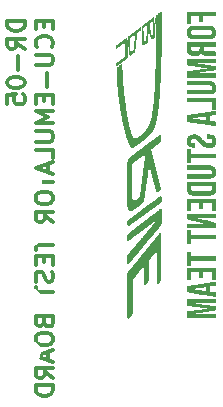
<source format=gbo>
G04 #@! TF.GenerationSoftware,KiCad,Pcbnew,7.0.6*
G04 #@! TF.CreationDate,2024-04-12T16:48:44+03:00*
G04 #@! TF.ProjectId,ecu-emulator,6563752d-656d-4756-9c61-746f722e6b69,rev?*
G04 #@! TF.SameCoordinates,Original*
G04 #@! TF.FileFunction,Legend,Bot*
G04 #@! TF.FilePolarity,Positive*
%FSLAX46Y46*%
G04 Gerber Fmt 4.6, Leading zero omitted, Abs format (unit mm)*
G04 Created by KiCad (PCBNEW 7.0.6) date 2024-04-12 16:48:44*
%MOMM*%
%LPD*%
G01*
G04 APERTURE LIST*
%ADD10C,0.300000*%
%ADD11R,3.000000X3.000000*%
%ADD12C,3.000000*%
%ADD13C,2.000000*%
%ADD14R,1.700000X1.700000*%
%ADD15O,1.700000X1.700000*%
G04 APERTURE END LIST*
D10*
X117335828Y-64054510D02*
X115835828Y-64054510D01*
X115835828Y-64054510D02*
X115835828Y-64411653D01*
X115835828Y-64411653D02*
X115907257Y-64625939D01*
X115907257Y-64625939D02*
X116050114Y-64768796D01*
X116050114Y-64768796D02*
X116192971Y-64840225D01*
X116192971Y-64840225D02*
X116478685Y-64911653D01*
X116478685Y-64911653D02*
X116692971Y-64911653D01*
X116692971Y-64911653D02*
X116978685Y-64840225D01*
X116978685Y-64840225D02*
X117121542Y-64768796D01*
X117121542Y-64768796D02*
X117264400Y-64625939D01*
X117264400Y-64625939D02*
X117335828Y-64411653D01*
X117335828Y-64411653D02*
X117335828Y-64054510D01*
X117335828Y-66411653D02*
X116621542Y-65911653D01*
X117335828Y-65554510D02*
X115835828Y-65554510D01*
X115835828Y-65554510D02*
X115835828Y-66125939D01*
X115835828Y-66125939D02*
X115907257Y-66268796D01*
X115907257Y-66268796D02*
X115978685Y-66340225D01*
X115978685Y-66340225D02*
X116121542Y-66411653D01*
X116121542Y-66411653D02*
X116335828Y-66411653D01*
X116335828Y-66411653D02*
X116478685Y-66340225D01*
X116478685Y-66340225D02*
X116550114Y-66268796D01*
X116550114Y-66268796D02*
X116621542Y-66125939D01*
X116621542Y-66125939D02*
X116621542Y-65554510D01*
X116764400Y-67054510D02*
X116764400Y-68197368D01*
X115835828Y-69197368D02*
X115835828Y-69340225D01*
X115835828Y-69340225D02*
X115907257Y-69483082D01*
X115907257Y-69483082D02*
X115978685Y-69554511D01*
X115978685Y-69554511D02*
X116121542Y-69625939D01*
X116121542Y-69625939D02*
X116407257Y-69697368D01*
X116407257Y-69697368D02*
X116764400Y-69697368D01*
X116764400Y-69697368D02*
X117050114Y-69625939D01*
X117050114Y-69625939D02*
X117192971Y-69554511D01*
X117192971Y-69554511D02*
X117264400Y-69483082D01*
X117264400Y-69483082D02*
X117335828Y-69340225D01*
X117335828Y-69340225D02*
X117335828Y-69197368D01*
X117335828Y-69197368D02*
X117264400Y-69054511D01*
X117264400Y-69054511D02*
X117192971Y-68983082D01*
X117192971Y-68983082D02*
X117050114Y-68911653D01*
X117050114Y-68911653D02*
X116764400Y-68840225D01*
X116764400Y-68840225D02*
X116407257Y-68840225D01*
X116407257Y-68840225D02*
X116121542Y-68911653D01*
X116121542Y-68911653D02*
X115978685Y-68983082D01*
X115978685Y-68983082D02*
X115907257Y-69054511D01*
X115907257Y-69054511D02*
X115835828Y-69197368D01*
X115835828Y-71054510D02*
X115835828Y-70340224D01*
X115835828Y-70340224D02*
X116550114Y-70268796D01*
X116550114Y-70268796D02*
X116478685Y-70340224D01*
X116478685Y-70340224D02*
X116407257Y-70483082D01*
X116407257Y-70483082D02*
X116407257Y-70840224D01*
X116407257Y-70840224D02*
X116478685Y-70983082D01*
X116478685Y-70983082D02*
X116550114Y-71054510D01*
X116550114Y-71054510D02*
X116692971Y-71125939D01*
X116692971Y-71125939D02*
X117050114Y-71125939D01*
X117050114Y-71125939D02*
X117192971Y-71054510D01*
X117192971Y-71054510D02*
X117264400Y-70983082D01*
X117264400Y-70983082D02*
X117335828Y-70840224D01*
X117335828Y-70840224D02*
X117335828Y-70483082D01*
X117335828Y-70483082D02*
X117264400Y-70340224D01*
X117264400Y-70340224D02*
X117192971Y-70268796D01*
X118965114Y-64054510D02*
X118965114Y-64554510D01*
X119750828Y-64768796D02*
X119750828Y-64054510D01*
X119750828Y-64054510D02*
X118250828Y-64054510D01*
X118250828Y-64054510D02*
X118250828Y-64768796D01*
X119607971Y-66268796D02*
X119679400Y-66197368D01*
X119679400Y-66197368D02*
X119750828Y-65983082D01*
X119750828Y-65983082D02*
X119750828Y-65840225D01*
X119750828Y-65840225D02*
X119679400Y-65625939D01*
X119679400Y-65625939D02*
X119536542Y-65483082D01*
X119536542Y-65483082D02*
X119393685Y-65411653D01*
X119393685Y-65411653D02*
X119107971Y-65340225D01*
X119107971Y-65340225D02*
X118893685Y-65340225D01*
X118893685Y-65340225D02*
X118607971Y-65411653D01*
X118607971Y-65411653D02*
X118465114Y-65483082D01*
X118465114Y-65483082D02*
X118322257Y-65625939D01*
X118322257Y-65625939D02*
X118250828Y-65840225D01*
X118250828Y-65840225D02*
X118250828Y-65983082D01*
X118250828Y-65983082D02*
X118322257Y-66197368D01*
X118322257Y-66197368D02*
X118393685Y-66268796D01*
X118250828Y-66911653D02*
X119465114Y-66911653D01*
X119465114Y-66911653D02*
X119607971Y-66983082D01*
X119607971Y-66983082D02*
X119679400Y-67054511D01*
X119679400Y-67054511D02*
X119750828Y-67197368D01*
X119750828Y-67197368D02*
X119750828Y-67483082D01*
X119750828Y-67483082D02*
X119679400Y-67625939D01*
X119679400Y-67625939D02*
X119607971Y-67697368D01*
X119607971Y-67697368D02*
X119465114Y-67768796D01*
X119465114Y-67768796D02*
X118250828Y-67768796D01*
X119179400Y-68483082D02*
X119179400Y-69625940D01*
X118965114Y-70340225D02*
X118965114Y-70840225D01*
X119750828Y-71054511D02*
X119750828Y-70340225D01*
X119750828Y-70340225D02*
X118250828Y-70340225D01*
X118250828Y-70340225D02*
X118250828Y-71054511D01*
X119750828Y-71697368D02*
X118250828Y-71697368D01*
X118250828Y-71697368D02*
X119322257Y-72197368D01*
X119322257Y-72197368D02*
X118250828Y-72697368D01*
X118250828Y-72697368D02*
X119750828Y-72697368D01*
X118250828Y-73411654D02*
X119465114Y-73411654D01*
X119465114Y-73411654D02*
X119607971Y-73483083D01*
X119607971Y-73483083D02*
X119679400Y-73554512D01*
X119679400Y-73554512D02*
X119750828Y-73697369D01*
X119750828Y-73697369D02*
X119750828Y-73983083D01*
X119750828Y-73983083D02*
X119679400Y-74125940D01*
X119679400Y-74125940D02*
X119607971Y-74197369D01*
X119607971Y-74197369D02*
X119465114Y-74268797D01*
X119465114Y-74268797D02*
X118250828Y-74268797D01*
X119750828Y-75697369D02*
X119750828Y-74983083D01*
X119750828Y-74983083D02*
X118250828Y-74983083D01*
X119322257Y-76125941D02*
X119322257Y-76840227D01*
X119750828Y-75983084D02*
X118250828Y-76483084D01*
X118250828Y-76483084D02*
X119750828Y-76983084D01*
X118250828Y-77268798D02*
X118250828Y-78125941D01*
X119750828Y-77697369D02*
X118250828Y-77697369D01*
X118250828Y-78911655D02*
X118250828Y-79197369D01*
X118250828Y-79197369D02*
X118322257Y-79340226D01*
X118322257Y-79340226D02*
X118465114Y-79483083D01*
X118465114Y-79483083D02*
X118750828Y-79554512D01*
X118750828Y-79554512D02*
X119250828Y-79554512D01*
X119250828Y-79554512D02*
X119536542Y-79483083D01*
X119536542Y-79483083D02*
X119679400Y-79340226D01*
X119679400Y-79340226D02*
X119750828Y-79197369D01*
X119750828Y-79197369D02*
X119750828Y-78911655D01*
X119750828Y-78911655D02*
X119679400Y-78768798D01*
X119679400Y-78768798D02*
X119536542Y-78625940D01*
X119536542Y-78625940D02*
X119250828Y-78554512D01*
X119250828Y-78554512D02*
X118750828Y-78554512D01*
X118750828Y-78554512D02*
X118465114Y-78625940D01*
X118465114Y-78625940D02*
X118322257Y-78768798D01*
X118322257Y-78768798D02*
X118250828Y-78911655D01*
X119750828Y-81054512D02*
X119036542Y-80554512D01*
X119750828Y-80197369D02*
X118250828Y-80197369D01*
X118250828Y-80197369D02*
X118250828Y-80768798D01*
X118250828Y-80768798D02*
X118322257Y-80911655D01*
X118322257Y-80911655D02*
X118393685Y-80983084D01*
X118393685Y-80983084D02*
X118536542Y-81054512D01*
X118536542Y-81054512D02*
X118750828Y-81054512D01*
X118750828Y-81054512D02*
X118893685Y-80983084D01*
X118893685Y-80983084D02*
X118965114Y-80911655D01*
X118965114Y-80911655D02*
X119036542Y-80768798D01*
X119036542Y-80768798D02*
X119036542Y-80197369D01*
X118250828Y-82625941D02*
X118250828Y-83483084D01*
X119750828Y-83054512D02*
X118250828Y-83054512D01*
X118965114Y-83983083D02*
X118965114Y-84483083D01*
X119750828Y-84697369D02*
X119750828Y-83983083D01*
X119750828Y-83983083D02*
X118250828Y-83983083D01*
X118250828Y-83983083D02*
X118250828Y-84697369D01*
X119679400Y-85268798D02*
X119750828Y-85483084D01*
X119750828Y-85483084D02*
X119750828Y-85840226D01*
X119750828Y-85840226D02*
X119679400Y-85983084D01*
X119679400Y-85983084D02*
X119607971Y-86054512D01*
X119607971Y-86054512D02*
X119465114Y-86125941D01*
X119465114Y-86125941D02*
X119322257Y-86125941D01*
X119322257Y-86125941D02*
X119179400Y-86054512D01*
X119179400Y-86054512D02*
X119107971Y-85983084D01*
X119107971Y-85983084D02*
X119036542Y-85840226D01*
X119036542Y-85840226D02*
X118965114Y-85554512D01*
X118965114Y-85554512D02*
X118893685Y-85411655D01*
X118893685Y-85411655D02*
X118822257Y-85340226D01*
X118822257Y-85340226D02*
X118679400Y-85268798D01*
X118679400Y-85268798D02*
X118536542Y-85268798D01*
X118536542Y-85268798D02*
X118393685Y-85340226D01*
X118393685Y-85340226D02*
X118322257Y-85411655D01*
X118322257Y-85411655D02*
X118250828Y-85554512D01*
X118250828Y-85554512D02*
X118250828Y-85911655D01*
X118250828Y-85911655D02*
X118322257Y-86125941D01*
X118250828Y-86554512D02*
X118250828Y-87411655D01*
X119750828Y-86983083D02*
X118250828Y-86983083D01*
X118965114Y-89554511D02*
X119036542Y-89768797D01*
X119036542Y-89768797D02*
X119107971Y-89840226D01*
X119107971Y-89840226D02*
X119250828Y-89911654D01*
X119250828Y-89911654D02*
X119465114Y-89911654D01*
X119465114Y-89911654D02*
X119607971Y-89840226D01*
X119607971Y-89840226D02*
X119679400Y-89768797D01*
X119679400Y-89768797D02*
X119750828Y-89625940D01*
X119750828Y-89625940D02*
X119750828Y-89054511D01*
X119750828Y-89054511D02*
X118250828Y-89054511D01*
X118250828Y-89054511D02*
X118250828Y-89554511D01*
X118250828Y-89554511D02*
X118322257Y-89697369D01*
X118322257Y-89697369D02*
X118393685Y-89768797D01*
X118393685Y-89768797D02*
X118536542Y-89840226D01*
X118536542Y-89840226D02*
X118679400Y-89840226D01*
X118679400Y-89840226D02*
X118822257Y-89768797D01*
X118822257Y-89768797D02*
X118893685Y-89697369D01*
X118893685Y-89697369D02*
X118965114Y-89554511D01*
X118965114Y-89554511D02*
X118965114Y-89054511D01*
X118250828Y-90840226D02*
X118250828Y-91125940D01*
X118250828Y-91125940D02*
X118322257Y-91268797D01*
X118322257Y-91268797D02*
X118465114Y-91411654D01*
X118465114Y-91411654D02*
X118750828Y-91483083D01*
X118750828Y-91483083D02*
X119250828Y-91483083D01*
X119250828Y-91483083D02*
X119536542Y-91411654D01*
X119536542Y-91411654D02*
X119679400Y-91268797D01*
X119679400Y-91268797D02*
X119750828Y-91125940D01*
X119750828Y-91125940D02*
X119750828Y-90840226D01*
X119750828Y-90840226D02*
X119679400Y-90697369D01*
X119679400Y-90697369D02*
X119536542Y-90554511D01*
X119536542Y-90554511D02*
X119250828Y-90483083D01*
X119250828Y-90483083D02*
X118750828Y-90483083D01*
X118750828Y-90483083D02*
X118465114Y-90554511D01*
X118465114Y-90554511D02*
X118322257Y-90697369D01*
X118322257Y-90697369D02*
X118250828Y-90840226D01*
X119322257Y-92054512D02*
X119322257Y-92768798D01*
X119750828Y-91911655D02*
X118250828Y-92411655D01*
X118250828Y-92411655D02*
X119750828Y-92911655D01*
X119750828Y-94268797D02*
X119036542Y-93768797D01*
X119750828Y-93411654D02*
X118250828Y-93411654D01*
X118250828Y-93411654D02*
X118250828Y-93983083D01*
X118250828Y-93983083D02*
X118322257Y-94125940D01*
X118322257Y-94125940D02*
X118393685Y-94197369D01*
X118393685Y-94197369D02*
X118536542Y-94268797D01*
X118536542Y-94268797D02*
X118750828Y-94268797D01*
X118750828Y-94268797D02*
X118893685Y-94197369D01*
X118893685Y-94197369D02*
X118965114Y-94125940D01*
X118965114Y-94125940D02*
X119036542Y-93983083D01*
X119036542Y-93983083D02*
X119036542Y-93411654D01*
X119750828Y-94911654D02*
X118250828Y-94911654D01*
X118250828Y-94911654D02*
X118250828Y-95268797D01*
X118250828Y-95268797D02*
X118322257Y-95483083D01*
X118322257Y-95483083D02*
X118465114Y-95625940D01*
X118465114Y-95625940D02*
X118607971Y-95697369D01*
X118607971Y-95697369D02*
X118893685Y-95768797D01*
X118893685Y-95768797D02*
X119107971Y-95768797D01*
X119107971Y-95768797D02*
X119393685Y-95697369D01*
X119393685Y-95697369D02*
X119536542Y-95625940D01*
X119536542Y-95625940D02*
X119679400Y-95483083D01*
X119679400Y-95483083D02*
X119750828Y-95268797D01*
X119750828Y-95268797D02*
X119750828Y-94911654D01*
G36*
X133522187Y-71050533D02*
G01*
X133522187Y-71556928D01*
X133346703Y-71556928D01*
X133171220Y-71556928D01*
X133171220Y-71241058D01*
X133171220Y-70925187D01*
X132128346Y-70925187D01*
X131085472Y-70925187D01*
X131085472Y-70734662D01*
X131085472Y-70544137D01*
X132303829Y-70544137D01*
X133522187Y-70544137D01*
X133522187Y-71050533D01*
G37*
G36*
X131436439Y-75106711D02*
G01*
X131436439Y-75307264D01*
X132479313Y-75307264D01*
X133522187Y-75307264D01*
X133522187Y-75497789D01*
X133522187Y-75688314D01*
X132479313Y-75688314D01*
X131436439Y-75688314D01*
X131436439Y-75888867D01*
X131436439Y-76089419D01*
X131260955Y-76089419D01*
X131085472Y-76089419D01*
X131085472Y-75497789D01*
X131085472Y-74906158D01*
X131260955Y-74906158D01*
X131436439Y-74906158D01*
X131436439Y-75106711D01*
G37*
G36*
X131436439Y-81945558D02*
G01*
X131436439Y-82146111D01*
X132479313Y-82146111D01*
X133522187Y-82146111D01*
X133522187Y-82336636D01*
X133522187Y-82527161D01*
X132479313Y-82527161D01*
X131436439Y-82527161D01*
X131436439Y-82727714D01*
X131436439Y-82928267D01*
X131260955Y-82928267D01*
X131085472Y-82928267D01*
X131085472Y-82336636D01*
X131085472Y-81745006D01*
X131260955Y-81745006D01*
X131436439Y-81745006D01*
X131436439Y-81945558D01*
G37*
G36*
X131436439Y-83780616D02*
G01*
X131436439Y-83981168D01*
X132479313Y-83981168D01*
X133522187Y-83981168D01*
X133522187Y-84171693D01*
X133522187Y-84362218D01*
X132479313Y-84362218D01*
X131436439Y-84362218D01*
X131436439Y-84562771D01*
X131436439Y-84763324D01*
X131260955Y-84763324D01*
X131085472Y-84763324D01*
X131085472Y-84171693D01*
X131085472Y-83580063D01*
X131260955Y-83580063D01*
X131436439Y-83580063D01*
X131436439Y-83780616D01*
G37*
G36*
X133522187Y-63464627D02*
G01*
X133522187Y-63655152D01*
X132990722Y-63655152D01*
X132459258Y-63655152D01*
X132459258Y-63905843D01*
X132459258Y-64156534D01*
X132283774Y-64156534D01*
X132108291Y-64156534D01*
X132108291Y-63905843D01*
X132108291Y-63655152D01*
X131772365Y-63655152D01*
X131436439Y-63655152D01*
X131436439Y-63971022D01*
X131436439Y-64286893D01*
X131260955Y-64286893D01*
X131085472Y-64286893D01*
X131085472Y-63780497D01*
X131085472Y-63274102D01*
X132303829Y-63274102D01*
X133522187Y-63274102D01*
X133522187Y-63464627D01*
G37*
G36*
X133522187Y-79619147D02*
G01*
X133522187Y-80140584D01*
X133346703Y-80140584D01*
X133171220Y-80140584D01*
X133171220Y-79809672D01*
X133171220Y-79478760D01*
X132800197Y-79478760D01*
X132429175Y-79478760D01*
X132429175Y-79744492D01*
X132429175Y-80010225D01*
X132253691Y-80010225D01*
X132078208Y-80010225D01*
X132078208Y-79744492D01*
X132078208Y-79478760D01*
X131757323Y-79478760D01*
X131436439Y-79478760D01*
X131436439Y-79809672D01*
X131436439Y-80140584D01*
X131260955Y-80140584D01*
X131085472Y-80140584D01*
X131085472Y-79619147D01*
X131085472Y-79097710D01*
X132303829Y-79097710D01*
X133522187Y-79097710D01*
X133522187Y-79619147D01*
G37*
G36*
X133522187Y-85465258D02*
G01*
X133522187Y-85986695D01*
X133346703Y-85986695D01*
X133171220Y-85986695D01*
X133171220Y-85655783D01*
X133171220Y-85324871D01*
X132800197Y-85324871D01*
X132429175Y-85324871D01*
X132429175Y-85590604D01*
X132429175Y-85856336D01*
X132253691Y-85856336D01*
X132078208Y-85856336D01*
X132078208Y-85590604D01*
X132078208Y-85324871D01*
X131757323Y-85324871D01*
X131436439Y-85324871D01*
X131436439Y-85655783D01*
X131436439Y-85986695D01*
X131260955Y-85986695D01*
X131085472Y-85986695D01*
X131085472Y-85465258D01*
X131085472Y-84943821D01*
X132303829Y-84943821D01*
X133522187Y-84943821D01*
X133522187Y-85465258D01*
G37*
G36*
X133522187Y-80531662D02*
G01*
X133522187Y-80702132D01*
X132632234Y-80702923D01*
X132505377Y-80703094D01*
X132379998Y-80703382D01*
X132262123Y-80703773D01*
X132153146Y-80704256D01*
X132054461Y-80704822D01*
X131967465Y-80705459D01*
X131893550Y-80706159D01*
X131834112Y-80706910D01*
X131790545Y-80707702D01*
X131764245Y-80708525D01*
X131756604Y-80709369D01*
X131768225Y-80712675D01*
X131797857Y-80720652D01*
X131844101Y-80732933D01*
X131905556Y-80749152D01*
X131980823Y-80768940D01*
X132068501Y-80791931D01*
X132167189Y-80817757D01*
X132275489Y-80846052D01*
X132391999Y-80876448D01*
X132515320Y-80908578D01*
X132644050Y-80942075D01*
X133517173Y-81169127D01*
X133519892Y-81366818D01*
X133522611Y-81564508D01*
X132304041Y-81564508D01*
X131085472Y-81564508D01*
X131085472Y-81394038D01*
X131085472Y-81223569D01*
X131814147Y-81223569D01*
X131922554Y-81223522D01*
X132035805Y-81223371D01*
X132141503Y-81223122D01*
X132238085Y-81222785D01*
X132323990Y-81222370D01*
X132397654Y-81221884D01*
X132457514Y-81221337D01*
X132502008Y-81220737D01*
X132529572Y-81220095D01*
X132538643Y-81219418D01*
X132530244Y-81216805D01*
X132503827Y-81209541D01*
X132460910Y-81198070D01*
X132403027Y-81182793D01*
X132331715Y-81164112D01*
X132248512Y-81142428D01*
X132154954Y-81118143D01*
X132052578Y-81091657D01*
X131942920Y-81063373D01*
X131827517Y-81033691D01*
X131724767Y-81007290D01*
X131613682Y-80978724D01*
X131509422Y-80951887D01*
X131413562Y-80927188D01*
X131327678Y-80905032D01*
X131253345Y-80885827D01*
X131192137Y-80869978D01*
X131145631Y-80857894D01*
X131115400Y-80849979D01*
X131103020Y-80846641D01*
X131098900Y-80844686D01*
X131094311Y-80838940D01*
X131090897Y-80827504D01*
X131088487Y-80807984D01*
X131086911Y-80777986D01*
X131085997Y-80735115D01*
X131085575Y-80676978D01*
X131085472Y-80601180D01*
X131085472Y-80361192D01*
X132303829Y-80361192D01*
X133522187Y-80361192D01*
X133522187Y-80531662D01*
G37*
G36*
X132100770Y-69132473D02*
G01*
X133116068Y-69135254D01*
X133186261Y-69158777D01*
X133213171Y-69168266D01*
X133291091Y-69203059D01*
X133356300Y-69245704D01*
X133414200Y-69299536D01*
X133464659Y-69363370D01*
X133507691Y-69444941D01*
X133535973Y-69538215D01*
X133537329Y-69544908D01*
X133544190Y-69591169D01*
X133549173Y-69645253D01*
X133551278Y-69696802D01*
X133550371Y-69744320D01*
X133537172Y-69854616D01*
X133508428Y-69952656D01*
X133464225Y-70038198D01*
X133404647Y-70111001D01*
X133375154Y-70138361D01*
X133314340Y-70183350D01*
X133246174Y-70218013D01*
X133164446Y-70245836D01*
X133161277Y-70246729D01*
X133148383Y-70250252D01*
X133135446Y-70253368D01*
X133121216Y-70256105D01*
X133104441Y-70258493D01*
X133083871Y-70260561D01*
X133058255Y-70262338D01*
X133026343Y-70263853D01*
X132986883Y-70265136D01*
X132938624Y-70266216D01*
X132880317Y-70267122D01*
X132810710Y-70267883D01*
X132728552Y-70268529D01*
X132632593Y-70269089D01*
X132521582Y-70269592D01*
X132394268Y-70270067D01*
X132249400Y-70270544D01*
X132085728Y-70271052D01*
X131085472Y-70274123D01*
X131085472Y-70088246D01*
X131085472Y-69902369D01*
X132047631Y-69902369D01*
X132233413Y-69902265D01*
X132400742Y-69901950D01*
X132548572Y-69901420D01*
X132677179Y-69900672D01*
X132786842Y-69899704D01*
X132877838Y-69898512D01*
X132950445Y-69897093D01*
X133004942Y-69895445D01*
X133041606Y-69893564D01*
X133060715Y-69891447D01*
X133081063Y-69886209D01*
X133133653Y-69861292D01*
X133171230Y-69823082D01*
X133193783Y-69771590D01*
X133201303Y-69706830D01*
X133200507Y-69684303D01*
X133188094Y-69623858D01*
X133160652Y-69576686D01*
X133118189Y-69542800D01*
X133060715Y-69522212D01*
X133041793Y-69520109D01*
X133005248Y-69518226D01*
X132950872Y-69516576D01*
X132878388Y-69515156D01*
X132787516Y-69513962D01*
X132677980Y-69512993D01*
X132549501Y-69512244D01*
X132401802Y-69511712D01*
X132234605Y-69511396D01*
X132047631Y-69511291D01*
X131085472Y-69511291D01*
X131085472Y-69320491D01*
X131085472Y-69129691D01*
X132100770Y-69132473D01*
G37*
G36*
X132100770Y-76272149D02*
G01*
X133116068Y-76274931D01*
X133186261Y-76298454D01*
X133213171Y-76307942D01*
X133291091Y-76342736D01*
X133356300Y-76385380D01*
X133414200Y-76439212D01*
X133464659Y-76503047D01*
X133507691Y-76584617D01*
X133535973Y-76677891D01*
X133537329Y-76684584D01*
X133544190Y-76730845D01*
X133549173Y-76784929D01*
X133551278Y-76836478D01*
X133550371Y-76883996D01*
X133537172Y-76994293D01*
X133508428Y-77092332D01*
X133464225Y-77177874D01*
X133404647Y-77250677D01*
X133375154Y-77278037D01*
X133314340Y-77323027D01*
X133246174Y-77357689D01*
X133164446Y-77385512D01*
X133161277Y-77386405D01*
X133148383Y-77389929D01*
X133135446Y-77393044D01*
X133121216Y-77395781D01*
X133104441Y-77398169D01*
X133083871Y-77400237D01*
X133058255Y-77402014D01*
X133026343Y-77403529D01*
X132986883Y-77404812D01*
X132938624Y-77405892D01*
X132880317Y-77406798D01*
X132810710Y-77407560D01*
X132728552Y-77408206D01*
X132632593Y-77408766D01*
X132521582Y-77409268D01*
X132394268Y-77409744D01*
X132249400Y-77410221D01*
X132085728Y-77410728D01*
X131085472Y-77413800D01*
X131085472Y-77227922D01*
X131085472Y-77042045D01*
X132047631Y-77042045D01*
X132233413Y-77041941D01*
X132400742Y-77041626D01*
X132548572Y-77041096D01*
X132677179Y-77040349D01*
X132786842Y-77039380D01*
X132877838Y-77038188D01*
X132950445Y-77036770D01*
X133004942Y-77035121D01*
X133041606Y-77033240D01*
X133060715Y-77031123D01*
X133081063Y-77025885D01*
X133133653Y-77000968D01*
X133171230Y-76962758D01*
X133193783Y-76911266D01*
X133201303Y-76846506D01*
X133200507Y-76823979D01*
X133188094Y-76763534D01*
X133160652Y-76716363D01*
X133118189Y-76682476D01*
X133060715Y-76661888D01*
X133041793Y-76659785D01*
X133005248Y-76657902D01*
X132950872Y-76656252D01*
X132878388Y-76654832D01*
X132787516Y-76653639D01*
X132677980Y-76652669D01*
X132549501Y-76651920D01*
X132401802Y-76651388D01*
X132234605Y-76651072D01*
X132047631Y-76650967D01*
X131085472Y-76650967D01*
X131085472Y-76460167D01*
X131085472Y-76269367D01*
X132100770Y-76272149D01*
G37*
G36*
X131436439Y-77683813D02*
G01*
X132303829Y-77683813D01*
X133522187Y-77683813D01*
X133522187Y-78018857D01*
X133522013Y-78107320D01*
X133521320Y-78194035D01*
X133520024Y-78264797D01*
X133518045Y-78321816D01*
X133515304Y-78367299D01*
X133511720Y-78403457D01*
X133507212Y-78432497D01*
X133488094Y-78507140D01*
X133448958Y-78596569D01*
X133394551Y-78673010D01*
X133324936Y-78736398D01*
X133240177Y-78786664D01*
X133140335Y-78823741D01*
X133140143Y-78823795D01*
X133127098Y-78827183D01*
X133112590Y-78830125D01*
X133095190Y-78832653D01*
X133073467Y-78834796D01*
X133045991Y-78836588D01*
X133011331Y-78838058D01*
X132968058Y-78839238D01*
X132914741Y-78840160D01*
X132849950Y-78840854D01*
X132772255Y-78841352D01*
X132680226Y-78841684D01*
X132572432Y-78841883D01*
X132447443Y-78841980D01*
X132303829Y-78842005D01*
X132301529Y-78842005D01*
X132158205Y-78841979D01*
X132033485Y-78841881D01*
X131925938Y-78841680D01*
X131834135Y-78841345D01*
X131756644Y-78840845D01*
X131692036Y-78840147D01*
X131638880Y-78839222D01*
X131595747Y-78838038D01*
X131561206Y-78836563D01*
X131533827Y-78834767D01*
X131512179Y-78832618D01*
X131494833Y-78830084D01*
X131480358Y-78827136D01*
X131467324Y-78823741D01*
X131391862Y-78797521D01*
X131303195Y-78750659D01*
X131229657Y-78690659D01*
X131171311Y-78617587D01*
X131128220Y-78531511D01*
X131100446Y-78432497D01*
X131096534Y-78408055D01*
X131092820Y-78373066D01*
X131089962Y-78329072D01*
X131087877Y-78273862D01*
X131086488Y-78205229D01*
X131085712Y-78120964D01*
X131085580Y-78064864D01*
X131436439Y-78064864D01*
X131436439Y-78193098D01*
X131436439Y-78193308D01*
X131438033Y-78264509D01*
X131443648Y-78319087D01*
X131454553Y-78360278D01*
X131472017Y-78391318D01*
X131497310Y-78415442D01*
X131531701Y-78435886D01*
X131581840Y-78460955D01*
X132303829Y-78460955D01*
X133025819Y-78460955D01*
X133075957Y-78435886D01*
X133097665Y-78423884D01*
X133127018Y-78399510D01*
X133148658Y-78366075D01*
X133151513Y-78360289D01*
X133160203Y-78339412D01*
X133165921Y-78316843D01*
X133169264Y-78287993D01*
X133170831Y-78248275D01*
X133171220Y-78193098D01*
X133171220Y-78064864D01*
X132303829Y-78064864D01*
X131436439Y-78064864D01*
X131085580Y-78064864D01*
X131085472Y-78018857D01*
X131085472Y-77683813D01*
X131436439Y-77683813D01*
G37*
G36*
X133522187Y-71834453D02*
G01*
X133522187Y-72014039D01*
X133281524Y-72048491D01*
X133040861Y-72082943D01*
X133040861Y-72300226D01*
X133040861Y-72517510D01*
X133128602Y-72529959D01*
X133136595Y-72531094D01*
X133183189Y-72537713D01*
X133241520Y-72546006D01*
X133304929Y-72555026D01*
X133366759Y-72563827D01*
X133517173Y-72585245D01*
X133519901Y-72779246D01*
X133522629Y-72973247D01*
X133494832Y-72967908D01*
X133487333Y-72966613D01*
X133460714Y-72962176D01*
X133416431Y-72954868D01*
X133355732Y-72944892D01*
X133279862Y-72932451D01*
X133190067Y-72917749D01*
X133087593Y-72900991D01*
X132973686Y-72882379D01*
X132849592Y-72862118D01*
X132716557Y-72840410D01*
X132575826Y-72817461D01*
X132428647Y-72793473D01*
X132276264Y-72768651D01*
X131085492Y-72574733D01*
X131085500Y-72314015D01*
X131085500Y-72299603D01*
X131534388Y-72299603D01*
X131539350Y-72300941D01*
X131562237Y-72305119D01*
X131602000Y-72311613D01*
X131656822Y-72320149D01*
X131724886Y-72330453D01*
X131804378Y-72342252D01*
X131893479Y-72355271D01*
X131990375Y-72369236D01*
X132093249Y-72383875D01*
X132156311Y-72392795D01*
X132257226Y-72407083D01*
X132351771Y-72420486D01*
X132438018Y-72432730D01*
X132514042Y-72443540D01*
X132577915Y-72452643D01*
X132627710Y-72459763D01*
X132661500Y-72464628D01*
X132677359Y-72466964D01*
X132709949Y-72472067D01*
X132709949Y-72299032D01*
X132709949Y-72125997D01*
X132682373Y-72131320D01*
X132673833Y-72132703D01*
X132646086Y-72136823D01*
X132601685Y-72143236D01*
X132542512Y-72151677D01*
X132470447Y-72161880D01*
X132387374Y-72173578D01*
X132295174Y-72186504D01*
X132195730Y-72200394D01*
X132090922Y-72214980D01*
X132011163Y-72226134D01*
X131912382Y-72240163D01*
X131821325Y-72253335D01*
X131739729Y-72265387D01*
X131669328Y-72276054D01*
X131611859Y-72285074D01*
X131569055Y-72292181D01*
X131542653Y-72297112D01*
X131534388Y-72299603D01*
X131085500Y-72299603D01*
X131085507Y-72053296D01*
X132276271Y-71859354D01*
X132385171Y-71841614D01*
X132533971Y-71817364D01*
X132676679Y-71794094D01*
X132709949Y-71788666D01*
X132812048Y-71772008D01*
X132938834Y-71751310D01*
X133055789Y-71732204D01*
X133161669Y-71714894D01*
X133255228Y-71699582D01*
X133335221Y-71686474D01*
X133400401Y-71675771D01*
X133449523Y-71667679D01*
X133481342Y-71662401D01*
X133494611Y-71660139D01*
X133522187Y-71654867D01*
X133522187Y-71834453D01*
G37*
G36*
X133522187Y-86284275D02*
G01*
X133522187Y-86463862D01*
X133281524Y-86498313D01*
X133040861Y-86532765D01*
X133040861Y-86750049D01*
X133040861Y-86967332D01*
X133128602Y-86979782D01*
X133136595Y-86980916D01*
X133183189Y-86987535D01*
X133241520Y-86995828D01*
X133304929Y-87004848D01*
X133366759Y-87013649D01*
X133517173Y-87035067D01*
X133519901Y-87229068D01*
X133522629Y-87423070D01*
X133494832Y-87417730D01*
X133487333Y-87416435D01*
X133460714Y-87411999D01*
X133416431Y-87404691D01*
X133355732Y-87394714D01*
X133279862Y-87382273D01*
X133190067Y-87367572D01*
X133087593Y-87350813D01*
X132973686Y-87332201D01*
X132849592Y-87311940D01*
X132716557Y-87290233D01*
X132575826Y-87267283D01*
X132428647Y-87243296D01*
X132276264Y-87218473D01*
X131085492Y-87024556D01*
X131085500Y-86763837D01*
X131085500Y-86749425D01*
X131534388Y-86749425D01*
X131539350Y-86750764D01*
X131562237Y-86754942D01*
X131602000Y-86761435D01*
X131656822Y-86769971D01*
X131724886Y-86780275D01*
X131804378Y-86792074D01*
X131893479Y-86805093D01*
X131990375Y-86819059D01*
X132093249Y-86833697D01*
X132156311Y-86842617D01*
X132257226Y-86856906D01*
X132351771Y-86870309D01*
X132438018Y-86882552D01*
X132514042Y-86893362D01*
X132577915Y-86902465D01*
X132627710Y-86909586D01*
X132661500Y-86914451D01*
X132677359Y-86916786D01*
X132709949Y-86921890D01*
X132709949Y-86748854D01*
X132709949Y-86575819D01*
X132682373Y-86581143D01*
X132673833Y-86582526D01*
X132646086Y-86586645D01*
X132601685Y-86593059D01*
X132542512Y-86601500D01*
X132470447Y-86611702D01*
X132387374Y-86623400D01*
X132295174Y-86636327D01*
X132195730Y-86650216D01*
X132090922Y-86664802D01*
X132011163Y-86675956D01*
X131912382Y-86689985D01*
X131821325Y-86703158D01*
X131739729Y-86715209D01*
X131669328Y-86725877D01*
X131611859Y-86734896D01*
X131569055Y-86742003D01*
X131542653Y-86746934D01*
X131534388Y-86749425D01*
X131085500Y-86749425D01*
X131085507Y-86503119D01*
X132276271Y-86309177D01*
X132385171Y-86291437D01*
X132533971Y-86267186D01*
X132676679Y-86243916D01*
X132709949Y-86238488D01*
X132812048Y-86221830D01*
X132938834Y-86201133D01*
X133055789Y-86182027D01*
X133161669Y-86164716D01*
X133255228Y-86149405D01*
X133335221Y-86136296D01*
X133400401Y-86125594D01*
X133449523Y-86117501D01*
X133481342Y-86112223D01*
X133494611Y-86109962D01*
X133522187Y-86104689D01*
X133522187Y-86284275D01*
G37*
G36*
X131436439Y-65861232D02*
G01*
X132303069Y-65861232D01*
X133522187Y-65861232D01*
X133522187Y-66051757D01*
X133522187Y-66242282D01*
X133000750Y-66242282D01*
X132479313Y-66242282D01*
X132479369Y-66340051D01*
X132479636Y-66361830D01*
X132481774Y-66408875D01*
X132485583Y-66449825D01*
X132490498Y-66477705D01*
X132502636Y-66506466D01*
X132532790Y-66547449D01*
X132572260Y-66581872D01*
X132614912Y-66603528D01*
X132620027Y-66604828D01*
X132647098Y-66608585D01*
X132691735Y-66612018D01*
X132754436Y-66615150D01*
X132835700Y-66618002D01*
X132936023Y-66620596D01*
X133055902Y-66622954D01*
X133163838Y-66625022D01*
X133259482Y-66627339D01*
X133337156Y-66629839D01*
X133397933Y-66632571D01*
X133442884Y-66635582D01*
X133473082Y-66638921D01*
X133489597Y-66642638D01*
X133522187Y-66655377D01*
X133522187Y-66849935D01*
X133522185Y-66857318D01*
X133522035Y-66916568D01*
X133521670Y-66967946D01*
X133521129Y-67008404D01*
X133520453Y-67034899D01*
X133519680Y-67044384D01*
X133514889Y-67043080D01*
X133495582Y-67037041D01*
X133467035Y-67027763D01*
X133455017Y-67024358D01*
X133435465Y-67020551D01*
X133409543Y-67017309D01*
X133375298Y-67014530D01*
X133330773Y-67012113D01*
X133274013Y-67009957D01*
X133203065Y-67007958D01*
X133115971Y-67006017D01*
X133010778Y-67004031D01*
X132925173Y-67002436D01*
X132834341Y-67000486D01*
X132759927Y-66998492D01*
X132699907Y-66996349D01*
X132652259Y-66993950D01*
X132614960Y-66991190D01*
X132585987Y-66987964D01*
X132563316Y-66984164D01*
X132544926Y-66979687D01*
X132467151Y-66951748D01*
X132397620Y-66912121D01*
X132343168Y-66861940D01*
X132302097Y-66799948D01*
X132277029Y-66750942D01*
X132248288Y-66801266D01*
X132208417Y-66857208D01*
X132150598Y-66908945D01*
X132077585Y-66949945D01*
X131987959Y-66981190D01*
X131955226Y-66987674D01*
X131900990Y-66993744D01*
X131835041Y-66997855D01*
X131761901Y-67000005D01*
X131686086Y-67000194D01*
X131612116Y-66998420D01*
X131544510Y-66994683D01*
X131487788Y-66988982D01*
X131446467Y-66981315D01*
X131410262Y-66970606D01*
X131321652Y-66933858D01*
X131248678Y-66885538D01*
X131189959Y-66824319D01*
X131144116Y-66748876D01*
X131109767Y-66657883D01*
X131106857Y-66647107D01*
X131102642Y-66626748D01*
X131099185Y-66601688D01*
X131096373Y-66569731D01*
X131094097Y-66528685D01*
X131092245Y-66476357D01*
X131090707Y-66410554D01*
X131089371Y-66329081D01*
X131088284Y-66242282D01*
X131436439Y-66242282D01*
X131436439Y-66359447D01*
X131436832Y-66394700D01*
X131440634Y-66455192D01*
X131449510Y-66500940D01*
X131464718Y-66535361D01*
X131487518Y-66561870D01*
X131519168Y-66583882D01*
X131532950Y-66591358D01*
X131549180Y-66598187D01*
X131568294Y-66603071D01*
X131593728Y-66606439D01*
X131628915Y-66608720D01*
X131677288Y-66610343D01*
X131742282Y-66611737D01*
X131759641Y-66612028D01*
X131831974Y-66612296D01*
X131893850Y-66610964D01*
X131942082Y-66608140D01*
X131973486Y-66603931D01*
X131992686Y-66598847D01*
X132047214Y-66572710D01*
X132087755Y-66532926D01*
X132113077Y-66480582D01*
X132113271Y-66479923D01*
X132121091Y-66441136D01*
X132126393Y-66390437D01*
X132128346Y-66335724D01*
X132128346Y-66242282D01*
X131782392Y-66242282D01*
X131436439Y-66242282D01*
X131088284Y-66242282D01*
X131088127Y-66229747D01*
X131083951Y-65861232D01*
X131436439Y-65861232D01*
G37*
G36*
X132940853Y-73652765D02*
G01*
X133042481Y-73657231D01*
X133130190Y-73669369D01*
X133208365Y-73690008D01*
X133281393Y-73719978D01*
X133324964Y-73743945D01*
X133399872Y-73801804D01*
X133460627Y-73873414D01*
X133506450Y-73957756D01*
X133536561Y-74053809D01*
X133547043Y-74124817D01*
X133550863Y-74209133D01*
X133547331Y-74294701D01*
X133536450Y-74372610D01*
X133512815Y-74457343D01*
X133470442Y-74546997D01*
X133412910Y-74623567D01*
X133340401Y-74686867D01*
X133253092Y-74736710D01*
X133151165Y-74772908D01*
X133117565Y-74780072D01*
X133052583Y-74787900D01*
X132977598Y-74791668D01*
X132898474Y-74791446D01*
X132821074Y-74787302D01*
X132751264Y-74779305D01*
X132694907Y-74767526D01*
X132654123Y-74754800D01*
X132581332Y-74725874D01*
X132511344Y-74688849D01*
X132441561Y-74641889D01*
X132369387Y-74583160D01*
X132292223Y-74510824D01*
X132207473Y-74423047D01*
X132175058Y-74388337D01*
X132096449Y-74305737D01*
X132028072Y-74236972D01*
X131968110Y-74180833D01*
X131914745Y-74136110D01*
X131866158Y-74101596D01*
X131820531Y-74076080D01*
X131776047Y-74058354D01*
X131730888Y-74047208D01*
X131683235Y-74041434D01*
X131631271Y-74039822D01*
X131578293Y-74042811D01*
X131513781Y-74057803D01*
X131464698Y-74085532D01*
X131430896Y-74126137D01*
X131412227Y-74179754D01*
X131408541Y-74246521D01*
X131414684Y-74297318D01*
X131429945Y-74336954D01*
X131457320Y-74367314D01*
X131499959Y-74393463D01*
X131504893Y-74395881D01*
X131532002Y-74406750D01*
X131562820Y-74414133D01*
X131602795Y-74419036D01*
X131657373Y-74422459D01*
X131767351Y-74427672D01*
X131767351Y-74606749D01*
X131767351Y-74785827D01*
X131669581Y-74785477D01*
X131658178Y-74785384D01*
X131533204Y-74776731D01*
X131422353Y-74754180D01*
X131325751Y-74717805D01*
X131243525Y-74667682D01*
X131175800Y-74603888D01*
X131122703Y-74526496D01*
X131084361Y-74435583D01*
X131070149Y-74375361D01*
X131060658Y-74299976D01*
X131057134Y-74219784D01*
X131059890Y-74142243D01*
X131069238Y-74074808D01*
X131090861Y-73997035D01*
X131132617Y-73905656D01*
X131189179Y-73827793D01*
X131260424Y-73763575D01*
X131346227Y-73713134D01*
X131446467Y-73676599D01*
X131478622Y-73669670D01*
X131538816Y-73662238D01*
X131608727Y-73658201D01*
X131682459Y-73657564D01*
X131754116Y-73660335D01*
X131817804Y-73666519D01*
X131867627Y-73676125D01*
X131876292Y-73678576D01*
X131965339Y-73710590D01*
X132051716Y-73754974D01*
X132137828Y-73813339D01*
X132226078Y-73887297D01*
X132318871Y-73978457D01*
X132378658Y-74040866D01*
X132447268Y-74111922D01*
X132504925Y-74170734D01*
X132553156Y-74218708D01*
X132593487Y-74257255D01*
X132627445Y-74287781D01*
X132656555Y-74311696D01*
X132682345Y-74330408D01*
X132706341Y-74345325D01*
X132730069Y-74357855D01*
X132775187Y-74377157D01*
X132851967Y-74399305D01*
X132929923Y-74410212D01*
X133004732Y-74409704D01*
X133072069Y-74397611D01*
X133127612Y-74373757D01*
X133140855Y-74364420D01*
X133173993Y-74326534D01*
X133194314Y-74279005D01*
X133202028Y-74226044D01*
X133197348Y-74171860D01*
X133180485Y-74120662D01*
X133151649Y-74076661D01*
X133111054Y-74044065D01*
X133101836Y-74039168D01*
X133081423Y-74030218D01*
X133058801Y-74024080D01*
X133029508Y-74020032D01*
X132989082Y-74017355D01*
X132933063Y-74015327D01*
X132800197Y-74011376D01*
X132800197Y-73832040D01*
X132800197Y-73652704D01*
X132925966Y-73652704D01*
X132940853Y-73652765D01*
G37*
G36*
X132421568Y-64447690D02*
G01*
X132555110Y-64447771D01*
X132671226Y-64448024D01*
X132771393Y-64448544D01*
X132857084Y-64449430D01*
X132929776Y-64450778D01*
X132990943Y-64452686D01*
X133042060Y-64455250D01*
X133065930Y-64457112D01*
X133084601Y-64458568D01*
X133120043Y-64462738D01*
X133149860Y-64467855D01*
X133175527Y-64474018D01*
X133198519Y-64481323D01*
X133220311Y-64489868D01*
X133242378Y-64499749D01*
X133266195Y-64511065D01*
X133339043Y-64553527D01*
X133412487Y-64616866D01*
X133471291Y-64693391D01*
X133514701Y-64782088D01*
X133541965Y-64881944D01*
X133544940Y-64906830D01*
X133547415Y-64949827D01*
X133548484Y-65001082D01*
X133547925Y-65054174D01*
X133547509Y-65067878D01*
X133544609Y-65124762D01*
X133539574Y-65169352D01*
X133531452Y-65208071D01*
X133519291Y-65247343D01*
X133511838Y-65267785D01*
X133469739Y-65355871D01*
X133415913Y-65428753D01*
X133348639Y-65488401D01*
X133266195Y-65536783D01*
X133247338Y-65545772D01*
X133225017Y-65555956D01*
X133203291Y-65564782D01*
X133180684Y-65572348D01*
X133155722Y-65578750D01*
X133126929Y-65584086D01*
X133092831Y-65588452D01*
X133051952Y-65591946D01*
X133002818Y-65594666D01*
X132943954Y-65596708D01*
X132873884Y-65598169D01*
X132791134Y-65599146D01*
X132694228Y-65599738D01*
X132581692Y-65600040D01*
X132452051Y-65600150D01*
X132303829Y-65600165D01*
X132186090Y-65600158D01*
X132052549Y-65600076D01*
X131936433Y-65599824D01*
X131836266Y-65599304D01*
X131750575Y-65598418D01*
X131677883Y-65597070D01*
X131616716Y-65595162D01*
X131565599Y-65592598D01*
X131523057Y-65589280D01*
X131487615Y-65585110D01*
X131457798Y-65579993D01*
X131432131Y-65573830D01*
X131409140Y-65566525D01*
X131387348Y-65557980D01*
X131365281Y-65548099D01*
X131341464Y-65536783D01*
X131319531Y-65525743D01*
X131242109Y-65475649D01*
X131178914Y-65414007D01*
X131127994Y-65338592D01*
X131087395Y-65247177D01*
X131077746Y-65219013D01*
X131070288Y-65191713D01*
X131065456Y-65163285D01*
X131062693Y-65128998D01*
X131061443Y-65084121D01*
X131061150Y-65023924D01*
X131406356Y-65023924D01*
X131407463Y-65046711D01*
X131421981Y-65105285D01*
X131452180Y-65153730D01*
X131496605Y-65189380D01*
X131541729Y-65214449D01*
X132303829Y-65214449D01*
X133065930Y-65214449D01*
X133111054Y-65189380D01*
X133148756Y-65161738D01*
X133178741Y-65119569D01*
X133181758Y-65113354D01*
X133199860Y-65054474D01*
X133200848Y-64995853D01*
X133185684Y-64941185D01*
X133155331Y-64894168D01*
X133110751Y-64858496D01*
X133065930Y-64833399D01*
X132303829Y-64833399D01*
X131541729Y-64833399D01*
X131496605Y-64858468D01*
X131479253Y-64869523D01*
X131439725Y-64910033D01*
X131414941Y-64962389D01*
X131406356Y-65023924D01*
X131061150Y-65023924D01*
X131061391Y-64967952D01*
X131062544Y-64922014D01*
X131065164Y-64887048D01*
X131069808Y-64858323D01*
X131077034Y-64831108D01*
X131087395Y-64800671D01*
X131096738Y-64776061D01*
X131139748Y-64688878D01*
X131193570Y-64617135D01*
X131260158Y-64558606D01*
X131341464Y-64511065D01*
X131360321Y-64502076D01*
X131382641Y-64491892D01*
X131404368Y-64483066D01*
X131426974Y-64475500D01*
X131451937Y-64469098D01*
X131480729Y-64463762D01*
X131514828Y-64459396D01*
X131555706Y-64455902D01*
X131604840Y-64453182D01*
X131663705Y-64451140D01*
X131733775Y-64449679D01*
X131816525Y-64448702D01*
X131913431Y-64448110D01*
X132025967Y-64447808D01*
X132155608Y-64447698D01*
X132303829Y-64447683D01*
X132421568Y-64447690D01*
G37*
G36*
X133522187Y-67430556D02*
G01*
X133522187Y-67596012D01*
X132597973Y-67596012D01*
X132576073Y-67596014D01*
X132442805Y-67596077D01*
X132315701Y-67596232D01*
X132196149Y-67596470D01*
X132085538Y-67596786D01*
X131985259Y-67597172D01*
X131896699Y-67597621D01*
X131821249Y-67598127D01*
X131760297Y-67598682D01*
X131715233Y-67599280D01*
X131687445Y-67599914D01*
X131678324Y-67600577D01*
X131678375Y-67600611D01*
X131689602Y-67602879D01*
X131719192Y-67607906D01*
X131765740Y-67615471D01*
X131827840Y-67625357D01*
X131904088Y-67637343D01*
X131993077Y-67651211D01*
X132093404Y-67666742D01*
X132203662Y-67683716D01*
X132322447Y-67701916D01*
X132448353Y-67721121D01*
X132579976Y-67741112D01*
X132582795Y-67741540D01*
X132714798Y-67761566D01*
X132841398Y-67780807D01*
X132961153Y-67799042D01*
X133072620Y-67816049D01*
X133174355Y-67831607D01*
X133264917Y-67845495D01*
X133342862Y-67857491D01*
X133406748Y-67867375D01*
X133455133Y-67874926D01*
X133486572Y-67879921D01*
X133499625Y-67882140D01*
X133506736Y-67884098D01*
X133513160Y-67888569D01*
X133517500Y-67898141D01*
X133520163Y-67915805D01*
X133521560Y-67944551D01*
X133522098Y-67987372D01*
X133522187Y-68047256D01*
X133522136Y-68097713D01*
X133521708Y-68143382D01*
X133520496Y-68174441D01*
X133518090Y-68193879D01*
X133514082Y-68204687D01*
X133508063Y-68209857D01*
X133499625Y-68212380D01*
X133499545Y-68212398D01*
X133486068Y-68214684D01*
X133454237Y-68219744D01*
X133405493Y-68227356D01*
X133341280Y-68237301D01*
X133263038Y-68249355D01*
X133172212Y-68263297D01*
X133070244Y-68278907D01*
X132958576Y-68295962D01*
X132838650Y-68314242D01*
X132711909Y-68333524D01*
X132579796Y-68353587D01*
X132573536Y-68354537D01*
X132442143Y-68374517D01*
X132316535Y-68393696D01*
X132198117Y-68411854D01*
X132088292Y-68428773D01*
X131988466Y-68444234D01*
X131900044Y-68458018D01*
X131824430Y-68469905D01*
X131763028Y-68479677D01*
X131717243Y-68487116D01*
X131688481Y-68492001D01*
X131678144Y-68494115D01*
X131678298Y-68494219D01*
X131690534Y-68494851D01*
X131721214Y-68495455D01*
X131768947Y-68496023D01*
X131832343Y-68496550D01*
X131910013Y-68497027D01*
X132000568Y-68497450D01*
X132102617Y-68497810D01*
X132214772Y-68498102D01*
X132335643Y-68498318D01*
X132463840Y-68498453D01*
X132597973Y-68498500D01*
X133522187Y-68498500D01*
X133522187Y-68678997D01*
X133522187Y-68859494D01*
X132303829Y-68859494D01*
X131085472Y-68859494D01*
X131085472Y-68583734D01*
X131085474Y-68576804D01*
X131085730Y-68505329D01*
X131086375Y-68441108D01*
X131087352Y-68386702D01*
X131088603Y-68344671D01*
X131090070Y-68317575D01*
X131091696Y-68307975D01*
X131098167Y-68307164D01*
X131123069Y-68303784D01*
X131165271Y-68297958D01*
X131223326Y-68289891D01*
X131295787Y-68279784D01*
X131381207Y-68267839D01*
X131478138Y-68254260D01*
X131585134Y-68239248D01*
X131700746Y-68223007D01*
X131823529Y-68205737D01*
X131952034Y-68187643D01*
X132049944Y-68173862D01*
X132174571Y-68156358D01*
X132292517Y-68139834D01*
X132402318Y-68124495D01*
X132502510Y-68110542D01*
X132591630Y-68098178D01*
X132668212Y-68087607D01*
X132730792Y-68079032D01*
X132777907Y-68072656D01*
X132808093Y-68068681D01*
X132819885Y-68067311D01*
X132825535Y-68066826D01*
X132829038Y-68062727D01*
X132824733Y-68061809D01*
X132802797Y-68058244D01*
X132763851Y-68052304D01*
X132709638Y-68044238D01*
X132641903Y-68034293D01*
X132562389Y-68022717D01*
X132472840Y-68009758D01*
X132374998Y-67995664D01*
X132270609Y-67980682D01*
X132161415Y-67965062D01*
X132049160Y-67949050D01*
X131935587Y-67932894D01*
X131822441Y-67916843D01*
X131711464Y-67901145D01*
X131604401Y-67886046D01*
X131502994Y-67871796D01*
X131408988Y-67858641D01*
X131324127Y-67846831D01*
X131250153Y-67836612D01*
X131188810Y-67828233D01*
X131141842Y-67821942D01*
X131110993Y-67817986D01*
X131098006Y-67816614D01*
X131095028Y-67814224D01*
X131091774Y-67802624D01*
X131089291Y-67779792D01*
X131087500Y-67743963D01*
X131086320Y-67693374D01*
X131085670Y-67626261D01*
X131085472Y-67540860D01*
X131085472Y-67265100D01*
X132303829Y-67265100D01*
X133522187Y-67265100D01*
X133522187Y-67430556D01*
G37*
G36*
X133522187Y-87776628D02*
G01*
X133522187Y-87942084D01*
X132597973Y-87942084D01*
X132576073Y-87942086D01*
X132442805Y-87942149D01*
X132315701Y-87942304D01*
X132196149Y-87942542D01*
X132085538Y-87942858D01*
X131985259Y-87943244D01*
X131896699Y-87943693D01*
X131821249Y-87944199D01*
X131760297Y-87944754D01*
X131715233Y-87945352D01*
X131687445Y-87945986D01*
X131678324Y-87946649D01*
X131678375Y-87946683D01*
X131689602Y-87948951D01*
X131719192Y-87953978D01*
X131765740Y-87961543D01*
X131827840Y-87971429D01*
X131904088Y-87983415D01*
X131993077Y-87997283D01*
X132093404Y-88012813D01*
X132203662Y-88029788D01*
X132322447Y-88047987D01*
X132448353Y-88067192D01*
X132579976Y-88087184D01*
X132582795Y-88087612D01*
X132714798Y-88107638D01*
X132841398Y-88126879D01*
X132961153Y-88145113D01*
X133072620Y-88162120D01*
X133174355Y-88177679D01*
X133264917Y-88191567D01*
X133342862Y-88203563D01*
X133406748Y-88213447D01*
X133455133Y-88220998D01*
X133486572Y-88225993D01*
X133499625Y-88228212D01*
X133506736Y-88230170D01*
X133513160Y-88234641D01*
X133517500Y-88244213D01*
X133520163Y-88261877D01*
X133521560Y-88290623D01*
X133522098Y-88333443D01*
X133522187Y-88393328D01*
X133522136Y-88443772D01*
X133521708Y-88489446D01*
X133520496Y-88520508D01*
X133518090Y-88539950D01*
X133514082Y-88550764D01*
X133508063Y-88555940D01*
X133499625Y-88558470D01*
X133499544Y-88558487D01*
X133486065Y-88560776D01*
X133454231Y-88565839D01*
X133405484Y-88573455D01*
X133341268Y-88583402D01*
X133263025Y-88595459D01*
X133172196Y-88609404D01*
X133070226Y-88625016D01*
X132958555Y-88642073D01*
X132838628Y-88660354D01*
X132711885Y-88679638D01*
X132579770Y-88699703D01*
X132573483Y-88700657D01*
X132442090Y-88720637D01*
X132316483Y-88739816D01*
X132198065Y-88757973D01*
X132088243Y-88774891D01*
X131988419Y-88790350D01*
X131900000Y-88804131D01*
X131824389Y-88816016D01*
X131762991Y-88825785D01*
X131717210Y-88833221D01*
X131688451Y-88838103D01*
X131678118Y-88840213D01*
X131678272Y-88840316D01*
X131690512Y-88840945D01*
X131721195Y-88841545D01*
X131768931Y-88842110D01*
X131832330Y-88842633D01*
X131910003Y-88843108D01*
X132000560Y-88843528D01*
X132102612Y-88843886D01*
X132214769Y-88844176D01*
X132335641Y-88844391D01*
X132463839Y-88844525D01*
X132597973Y-88844571D01*
X133522187Y-88844571D01*
X133522187Y-89025069D01*
X133522187Y-89205566D01*
X132303829Y-89205566D01*
X131085472Y-89205566D01*
X131085472Y-88929806D01*
X131085474Y-88922876D01*
X131085730Y-88851400D01*
X131086375Y-88787180D01*
X131087352Y-88732774D01*
X131088603Y-88690743D01*
X131090070Y-88663647D01*
X131091696Y-88654046D01*
X131098167Y-88653236D01*
X131123069Y-88649855D01*
X131165271Y-88644030D01*
X131223326Y-88635963D01*
X131295787Y-88625855D01*
X131381207Y-88613911D01*
X131478138Y-88600332D01*
X131585134Y-88585320D01*
X131700746Y-88569078D01*
X131823529Y-88551809D01*
X131952034Y-88533715D01*
X132049944Y-88519933D01*
X132174571Y-88502429D01*
X132292517Y-88485906D01*
X132402318Y-88470566D01*
X132502510Y-88456613D01*
X132591630Y-88444250D01*
X132668212Y-88433679D01*
X132730792Y-88425104D01*
X132777907Y-88418728D01*
X132808093Y-88414753D01*
X132819885Y-88413383D01*
X132825535Y-88412895D01*
X132829018Y-88408778D01*
X132824663Y-88407854D01*
X132802657Y-88404284D01*
X132763649Y-88398342D01*
X132709381Y-88390274D01*
X132641596Y-88380328D01*
X132562038Y-88368752D01*
X132472451Y-88355795D01*
X132374577Y-88341703D01*
X132270160Y-88326724D01*
X132160943Y-88311107D01*
X132048670Y-88295099D01*
X131935084Y-88278947D01*
X131821928Y-88262900D01*
X131710945Y-88247206D01*
X131603880Y-88232111D01*
X131502475Y-88217865D01*
X131408473Y-88204714D01*
X131323619Y-88192906D01*
X131249654Y-88182690D01*
X131188323Y-88174313D01*
X131141370Y-88168022D01*
X131110536Y-88164066D01*
X131097566Y-88162692D01*
X131095549Y-88161446D01*
X131092174Y-88150992D01*
X131089572Y-88128576D01*
X131087672Y-88092580D01*
X131086402Y-88041385D01*
X131085693Y-87973375D01*
X131085472Y-87886932D01*
X131085472Y-87611172D01*
X132303829Y-87611172D01*
X133522187Y-87611172D01*
X133522187Y-87776628D01*
G37*
G36*
X127143289Y-64593567D02*
G01*
X127148849Y-64603860D01*
X127152330Y-64624631D01*
X127154127Y-64659065D01*
X127154639Y-64710349D01*
X127154639Y-64823578D01*
X127081938Y-64877925D01*
X127066988Y-64889168D01*
X127035408Y-64913387D01*
X127011385Y-64932457D01*
X126999210Y-64943001D01*
X126994300Y-64947530D01*
X126974922Y-64962723D01*
X126949072Y-64981173D01*
X126946042Y-64983244D01*
X126910550Y-65007618D01*
X126885336Y-65027021D01*
X126868239Y-65045593D01*
X126857098Y-65067475D01*
X126849751Y-65096809D01*
X126844038Y-65137735D01*
X126837798Y-65194394D01*
X126831242Y-65253669D01*
X126823044Y-65326792D01*
X126814880Y-65398738D01*
X126807809Y-65460126D01*
X126801783Y-65512524D01*
X126793726Y-65583940D01*
X126785568Y-65657421D01*
X126778385Y-65723352D01*
X126771993Y-65782663D01*
X126763766Y-65858754D01*
X126755401Y-65935890D01*
X126747977Y-66004125D01*
X126739644Y-66080707D01*
X126728174Y-66186918D01*
X126718514Y-66277571D01*
X126710386Y-66355341D01*
X126703511Y-66422903D01*
X126697611Y-66482930D01*
X126692407Y-66538097D01*
X126687917Y-66581675D01*
X126679358Y-66638973D01*
X126668039Y-66682039D01*
X126652520Y-66714487D01*
X126631360Y-66739926D01*
X126603119Y-66761970D01*
X126586473Y-66773240D01*
X126557904Y-66793230D01*
X126537939Y-66808019D01*
X126535751Y-66809739D01*
X126515822Y-66824958D01*
X126486293Y-66847115D01*
X126452704Y-66872046D01*
X126435536Y-66884682D01*
X126379566Y-66924870D01*
X126335657Y-66953820D01*
X126300986Y-66972583D01*
X126272731Y-66982209D01*
X126248068Y-66983750D01*
X126224175Y-66978256D01*
X126198229Y-66966778D01*
X126181346Y-66957369D01*
X126165944Y-66945280D01*
X126153939Y-66929397D01*
X126144839Y-66907398D01*
X126138153Y-66876958D01*
X126133389Y-66835754D01*
X126130054Y-66781465D01*
X126127656Y-66711767D01*
X126125704Y-66624336D01*
X126124783Y-66581266D01*
X126122707Y-66497957D01*
X126120034Y-66402094D01*
X126116906Y-66298307D01*
X126113464Y-66191227D01*
X126109849Y-66085485D01*
X126106203Y-65985712D01*
X126102201Y-65878856D01*
X126098291Y-65769415D01*
X126095296Y-65677101D01*
X126093231Y-65600340D01*
X126093210Y-65599170D01*
X126243376Y-65599170D01*
X126244099Y-65653447D01*
X126246414Y-65724486D01*
X126250015Y-65828513D01*
X126253597Y-65927890D01*
X126257010Y-66017183D01*
X126260470Y-66101599D01*
X126264189Y-66186346D01*
X126268382Y-66276629D01*
X126273263Y-66377655D01*
X126275209Y-66416853D01*
X126278706Y-66482320D01*
X126281891Y-66531610D01*
X126285092Y-66567308D01*
X126288634Y-66591996D01*
X126292842Y-66608258D01*
X126298044Y-66618678D01*
X126304563Y-66625839D01*
X126328330Y-66638293D01*
X126365021Y-66643450D01*
X126402978Y-66638473D01*
X126433622Y-66623518D01*
X126445054Y-66614119D01*
X126466234Y-66597185D01*
X126483380Y-66584772D01*
X126504567Y-66570889D01*
X126507302Y-66569032D01*
X126521195Y-66555045D01*
X126532455Y-66533567D01*
X126541671Y-66502087D01*
X126549435Y-66458091D01*
X126556338Y-66399067D01*
X126562970Y-66322503D01*
X126571013Y-66219976D01*
X126578265Y-66130120D01*
X126584521Y-66055923D01*
X126589981Y-65995162D01*
X126594845Y-65945613D01*
X126599313Y-65905053D01*
X126603585Y-65871259D01*
X126607656Y-65838230D01*
X126613244Y-65786172D01*
X126618862Y-65727830D01*
X126623755Y-65670706D01*
X126627676Y-65623631D01*
X126632998Y-65564970D01*
X126638294Y-65511311D01*
X126642851Y-65470154D01*
X126647055Y-65428335D01*
X126650911Y-65372188D01*
X126652637Y-65322246D01*
X126652615Y-65295031D01*
X126650327Y-65266254D01*
X126643138Y-65251471D01*
X126628604Y-65246986D01*
X126604282Y-65249106D01*
X126594948Y-65253677D01*
X126572366Y-65267951D01*
X126541040Y-65289195D01*
X126504909Y-65314628D01*
X126467914Y-65341469D01*
X126433996Y-65366938D01*
X126407095Y-65388254D01*
X126395197Y-65397257D01*
X126371533Y-65414380D01*
X126341916Y-65435379D01*
X126333277Y-65441443D01*
X126301646Y-65464173D01*
X126278121Y-65483943D01*
X126261618Y-65504041D01*
X126251050Y-65527754D01*
X126245331Y-65558368D01*
X126243376Y-65599170D01*
X126093210Y-65599170D01*
X126092110Y-65537555D01*
X126091948Y-65487169D01*
X126092757Y-65447605D01*
X126094554Y-65417287D01*
X126097352Y-65394640D01*
X126101165Y-65378085D01*
X126106007Y-65366047D01*
X126111894Y-65356949D01*
X126118028Y-65350357D01*
X126140185Y-65330367D01*
X126173423Y-65302739D01*
X126214406Y-65270213D01*
X126259801Y-65235525D01*
X126286537Y-65215466D01*
X126327930Y-65184356D01*
X126362219Y-65158517D01*
X126386421Y-65140199D01*
X126397552Y-65131651D01*
X126407447Y-65124017D01*
X126429610Y-65107334D01*
X126457718Y-65086416D01*
X126481336Y-65068853D01*
X126504896Y-65051157D01*
X126517884Y-65041174D01*
X126523808Y-65036599D01*
X126544265Y-65021040D01*
X126576780Y-64996416D01*
X126619030Y-64964485D01*
X126628604Y-64957259D01*
X126668694Y-64927000D01*
X126723450Y-64885719D01*
X126762643Y-64856186D01*
X126814039Y-64817458D01*
X126858708Y-64783799D01*
X126894326Y-64756959D01*
X126918571Y-64738689D01*
X126929121Y-64730737D01*
X126938022Y-64723792D01*
X126959151Y-64706993D01*
X126985961Y-64685491D01*
X127007505Y-64669033D01*
X127030392Y-64653776D01*
X127043515Y-64647888D01*
X127046604Y-64647505D01*
X127054362Y-64638678D01*
X127058400Y-64630841D01*
X127075549Y-64616599D01*
X127099629Y-64602640D01*
X127123458Y-64592933D01*
X127139852Y-64591446D01*
X127143289Y-64593567D01*
G37*
G36*
X126005764Y-65462258D02*
G01*
X126019004Y-65472661D01*
X126020957Y-65480316D01*
X126023662Y-65506998D01*
X126026338Y-65550913D01*
X126028917Y-65610427D01*
X126031330Y-65683909D01*
X126033509Y-65769726D01*
X126035388Y-65866245D01*
X126036799Y-65942110D01*
X126038915Y-66037349D01*
X126041336Y-66130718D01*
X126043954Y-66218579D01*
X126046659Y-66297296D01*
X126049340Y-66363232D01*
X126051888Y-66412751D01*
X126053255Y-66436158D01*
X126056725Y-66502461D01*
X126060408Y-66580911D01*
X126064061Y-66665986D01*
X126067443Y-66752161D01*
X126070313Y-66833912D01*
X126072066Y-66889327D01*
X126074091Y-66958037D01*
X126075744Y-67019659D01*
X126076942Y-67070955D01*
X126077607Y-67108687D01*
X126077658Y-67129614D01*
X126076990Y-67142628D01*
X126074351Y-67154466D01*
X126067752Y-67166556D01*
X126055193Y-67180878D01*
X126034672Y-67199411D01*
X126004186Y-67224137D01*
X125961734Y-67257034D01*
X125905314Y-67300083D01*
X125891225Y-67310814D01*
X125838773Y-67350802D01*
X125790437Y-67387714D01*
X125749180Y-67419283D01*
X125717963Y-67443243D01*
X125699748Y-67457330D01*
X125699002Y-67457913D01*
X125677029Y-67474757D01*
X125643582Y-67500039D01*
X125603073Y-67530434D01*
X125559917Y-67562620D01*
X125554046Y-67566987D01*
X125513710Y-67597136D01*
X125478814Y-67623457D01*
X125452918Y-67643252D01*
X125439585Y-67653820D01*
X125428064Y-67663133D01*
X125403896Y-67681755D01*
X125374733Y-67703629D01*
X125351116Y-67721193D01*
X125327556Y-67738894D01*
X125314568Y-67748885D01*
X125311461Y-67751390D01*
X125281108Y-67774831D01*
X125246289Y-67800367D01*
X125211098Y-67825162D01*
X125179631Y-67846381D01*
X125155984Y-67861192D01*
X125144252Y-67866759D01*
X125135123Y-67866047D01*
X125117462Y-67857500D01*
X125105205Y-67837110D01*
X125097139Y-67802167D01*
X125092053Y-67749958D01*
X125089742Y-67692748D01*
X125091653Y-67644712D01*
X125098417Y-67615742D01*
X125110011Y-67606040D01*
X125119425Y-67602218D01*
X125140697Y-67588572D01*
X125167375Y-67568436D01*
X125188410Y-67551545D01*
X125211317Y-67533267D01*
X125224214Y-67523126D01*
X125238404Y-67511873D01*
X125258966Y-67495096D01*
X125260381Y-67493939D01*
X125287121Y-67473996D01*
X125316625Y-67454354D01*
X125322666Y-67450465D01*
X125341908Y-67435431D01*
X125349664Y-67424725D01*
X125351065Y-67420749D01*
X125363870Y-67415515D01*
X125369882Y-67414838D01*
X125381419Y-67407579D01*
X125384916Y-67403146D01*
X125400976Y-67388667D01*
X125424863Y-67369975D01*
X125444286Y-67355597D01*
X125467324Y-67338385D01*
X125483700Y-67325683D01*
X125499331Y-67312847D01*
X125520134Y-67295236D01*
X125530819Y-67286382D01*
X125550648Y-67271298D01*
X125561217Y-67265261D01*
X125561299Y-67265257D01*
X125572655Y-67259223D01*
X125591300Y-67245231D01*
X125600286Y-67237825D01*
X125614162Y-67226464D01*
X125627772Y-67215527D01*
X125644346Y-67202480D01*
X125667115Y-67184790D01*
X125699309Y-67159924D01*
X125744157Y-67125349D01*
X125852862Y-67041563D01*
X125846239Y-66880079D01*
X125845535Y-66863159D01*
X125842240Y-66788375D01*
X125838339Y-66704931D01*
X125834261Y-66621841D01*
X125830435Y-66548125D01*
X125830281Y-66545232D01*
X125827422Y-66479747D01*
X125824924Y-66401023D01*
X125822937Y-66315543D01*
X125821615Y-66229789D01*
X125821109Y-66150242D01*
X125820942Y-66085464D01*
X125820342Y-66025445D01*
X125819151Y-65980868D01*
X125817205Y-65949238D01*
X125814341Y-65928060D01*
X125810395Y-65914836D01*
X125805206Y-65907072D01*
X125793551Y-65897858D01*
X125776605Y-65891314D01*
X125774087Y-65892303D01*
X125757869Y-65902370D01*
X125729636Y-65921643D01*
X125692208Y-65948058D01*
X125648404Y-65979555D01*
X125601044Y-66014070D01*
X125552946Y-66049542D01*
X125506931Y-66083910D01*
X125465816Y-66115110D01*
X125432423Y-66141081D01*
X125409570Y-66159760D01*
X125395452Y-66171392D01*
X125365883Y-66194431D01*
X125328069Y-66222978D01*
X125285046Y-66254838D01*
X125239847Y-66287818D01*
X125195508Y-66319722D01*
X125155064Y-66348357D01*
X125121549Y-66371527D01*
X125097997Y-66387038D01*
X125087445Y-66392696D01*
X125075900Y-66389022D01*
X125057146Y-66376101D01*
X125052724Y-66371525D01*
X125045657Y-66358699D01*
X125041416Y-66338389D01*
X125039351Y-66306410D01*
X125038808Y-66258579D01*
X125038808Y-66157653D01*
X125071397Y-66129289D01*
X125076653Y-66124799D01*
X125105565Y-66102074D01*
X125131563Y-66084206D01*
X125132782Y-66083460D01*
X125151438Y-66069730D01*
X125159139Y-66059622D01*
X125160645Y-66056147D01*
X125173682Y-66051757D01*
X125180443Y-66050574D01*
X125196245Y-66038719D01*
X125198783Y-66035356D01*
X125215449Y-66019622D01*
X125239360Y-66001387D01*
X125263507Y-65984428D01*
X125289720Y-65964798D01*
X125312409Y-65945775D01*
X125325183Y-65935762D01*
X125349646Y-65917775D01*
X125379747Y-65896328D01*
X125407859Y-65876262D01*
X125432633Y-65857926D01*
X125446459Y-65846881D01*
X125459520Y-65836374D01*
X125483968Y-65818111D01*
X125514145Y-65796355D01*
X125514808Y-65795884D01*
X125542773Y-65774949D01*
X125562686Y-65758021D01*
X125570272Y-65748724D01*
X125570533Y-65746945D01*
X125580213Y-65740900D01*
X125586867Y-65738564D01*
X125606510Y-65726754D01*
X125632196Y-65708712D01*
X125658267Y-65688672D01*
X125679065Y-65670867D01*
X125688933Y-65659533D01*
X125689522Y-65658219D01*
X125700874Y-65650651D01*
X125705250Y-65648654D01*
X125723667Y-65636710D01*
X125753333Y-65615797D01*
X125791324Y-65587996D01*
X125834715Y-65555389D01*
X125884277Y-65518543D01*
X125929095Y-65487917D01*
X125962893Y-65468951D01*
X125987755Y-65460710D01*
X126005764Y-65462258D01*
G37*
G36*
X128826858Y-78890081D02*
G01*
X128865342Y-78908712D01*
X128901621Y-78941973D01*
X128906007Y-78948211D01*
X128910815Y-78960100D01*
X128914290Y-78978209D01*
X128916649Y-79005304D01*
X128918105Y-79044154D01*
X128918874Y-79097523D01*
X128919169Y-79168179D01*
X128919188Y-79190232D01*
X128918914Y-79257084D01*
X128917969Y-79307340D01*
X128916171Y-79343699D01*
X128913338Y-79368858D01*
X128909290Y-79385517D01*
X128903845Y-79396375D01*
X128902936Y-79397570D01*
X128887615Y-79412550D01*
X128859574Y-79436359D01*
X128822004Y-79466520D01*
X128778093Y-79500554D01*
X128731033Y-79535984D01*
X128684013Y-79570334D01*
X128640223Y-79601124D01*
X128635733Y-79604239D01*
X128608645Y-79624292D01*
X128587578Y-79641709D01*
X128573161Y-79653111D01*
X128560062Y-79659258D01*
X128549787Y-79664379D01*
X128533439Y-79679313D01*
X128519104Y-79692649D01*
X128506396Y-79699368D01*
X128494439Y-79704819D01*
X128476200Y-79719215D01*
X128468938Y-79725594D01*
X128443281Y-79745812D01*
X128413947Y-79766817D01*
X128400616Y-79776218D01*
X128377629Y-79794359D01*
X128364977Y-79807136D01*
X128360770Y-79812326D01*
X128347006Y-79819700D01*
X128341550Y-79820705D01*
X128324942Y-79830008D01*
X128318853Y-79834862D01*
X128297855Y-79850760D01*
X128267724Y-79873115D01*
X128233033Y-79898577D01*
X128198359Y-79923794D01*
X128168277Y-79945414D01*
X128147362Y-79960087D01*
X128143783Y-79962587D01*
X128119833Y-79980872D01*
X128093705Y-80002544D01*
X128086144Y-80008970D01*
X128066780Y-80024026D01*
X128056153Y-80030120D01*
X128046820Y-80034756D01*
X128029513Y-80047828D01*
X128012687Y-80061380D01*
X127986800Y-80080418D01*
X127976973Y-80087324D01*
X127951641Y-80105598D01*
X127917807Y-80130312D01*
X127880048Y-80158132D01*
X127853132Y-80177819D01*
X127821840Y-80200032D01*
X127799321Y-80215195D01*
X127789202Y-80220805D01*
X127782369Y-80223836D01*
X127767166Y-80236039D01*
X127756902Y-80244988D01*
X127732627Y-80264202D01*
X127700811Y-80288205D01*
X127665372Y-80314173D01*
X127630225Y-80339284D01*
X127599287Y-80360715D01*
X127576473Y-80375644D01*
X127565701Y-80381247D01*
X127564706Y-80381306D01*
X127554073Y-80389743D01*
X127551385Y-80393030D01*
X127535521Y-80406721D01*
X127508942Y-80427263D01*
X127475523Y-80451605D01*
X127463173Y-80460404D01*
X127416087Y-80494362D01*
X127364906Y-80531750D01*
X127318709Y-80565947D01*
X127296466Y-80582519D01*
X127261131Y-80608650D01*
X127232467Y-80629612D01*
X127215155Y-80641966D01*
X127199872Y-80652519D01*
X127160915Y-80679932D01*
X127119378Y-80709714D01*
X127079058Y-80739083D01*
X127043753Y-80765262D01*
X127017262Y-80785470D01*
X127003383Y-80796929D01*
X126991850Y-80806011D01*
X126975807Y-80812436D01*
X126972001Y-80812847D01*
X126964092Y-80819956D01*
X126960485Y-80825311D01*
X126944181Y-80839528D01*
X126919188Y-80857560D01*
X126901626Y-80869921D01*
X126881865Y-80885843D01*
X126874085Y-80895164D01*
X126873773Y-80896873D01*
X126863864Y-80902684D01*
X126856732Y-80905719D01*
X126835847Y-80918637D01*
X126805635Y-80939367D01*
X126769915Y-80965357D01*
X126745385Y-80983610D01*
X126709817Y-81009866D01*
X126681107Y-81030807D01*
X126663846Y-81043071D01*
X126646693Y-81054995D01*
X126624929Y-81070764D01*
X126623238Y-81072036D01*
X126595869Y-81092441D01*
X126560372Y-81118669D01*
X126520789Y-81147759D01*
X126481163Y-81176756D01*
X126445534Y-81202699D01*
X126417945Y-81222632D01*
X126402438Y-81233596D01*
X126396318Y-81237796D01*
X126371573Y-81255402D01*
X126342682Y-81276566D01*
X126314755Y-81297475D01*
X126292903Y-81314318D01*
X126282234Y-81323281D01*
X126278874Y-81326584D01*
X126261114Y-81340395D01*
X126237850Y-81355977D01*
X126216252Y-81368712D01*
X126203492Y-81373983D01*
X126198426Y-81375750D01*
X126188359Y-81389025D01*
X126184508Y-81394534D01*
X126165981Y-81401812D01*
X126130812Y-81404066D01*
X126117245Y-81403911D01*
X126089062Y-81400614D01*
X126068178Y-81390031D01*
X126045262Y-81368255D01*
X126011488Y-81332445D01*
X126011488Y-81152446D01*
X126011488Y-80972448D01*
X126060262Y-80925032D01*
X126077156Y-80909531D01*
X126113883Y-80878670D01*
X126157165Y-80844651D01*
X126200810Y-80812436D01*
X126231267Y-80790636D01*
X126269375Y-80762891D01*
X126300530Y-80739685D01*
X126319999Y-80724508D01*
X126327483Y-80718460D01*
X126356534Y-80696414D01*
X126387525Y-80674369D01*
X126400074Y-80665605D01*
X126423755Y-80647944D01*
X126437663Y-80635967D01*
X126446938Y-80627847D01*
X126469250Y-80610950D01*
X126497829Y-80590843D01*
X126520358Y-80574811D01*
X126543761Y-80556319D01*
X126555986Y-80544196D01*
X126560337Y-80539189D01*
X126577712Y-80531662D01*
X126583223Y-80531052D01*
X126594762Y-80523726D01*
X126598260Y-80519293D01*
X126614320Y-80504814D01*
X126638206Y-80486122D01*
X126657630Y-80471744D01*
X126680668Y-80454532D01*
X126697044Y-80441830D01*
X126712675Y-80428994D01*
X126733478Y-80411383D01*
X126744163Y-80402529D01*
X126763992Y-80387445D01*
X126774561Y-80381407D01*
X126779224Y-80379868D01*
X126789592Y-80372951D01*
X126808476Y-80358104D01*
X126839253Y-80332789D01*
X126850919Y-80323952D01*
X126874454Y-80306908D01*
X126903948Y-80285985D01*
X126931133Y-80266688D01*
X126955379Y-80249091D01*
X126968643Y-80238974D01*
X126969472Y-80238274D01*
X126989260Y-80222489D01*
X127019833Y-80199104D01*
X127058208Y-80170301D01*
X127101406Y-80138260D01*
X127146445Y-80105164D01*
X127190344Y-80073193D01*
X127230123Y-80044529D01*
X127262801Y-80021355D01*
X127285396Y-80005850D01*
X127294928Y-80000197D01*
X127296302Y-80000085D01*
X127306725Y-79991197D01*
X127308313Y-79989104D01*
X127322458Y-79976319D01*
X127348668Y-79954936D01*
X127383968Y-79927344D01*
X127425385Y-79895931D01*
X127437694Y-79886718D01*
X127481247Y-79854048D01*
X127520355Y-79824608D01*
X127551142Y-79801320D01*
X127569733Y-79787106D01*
X127574224Y-79783645D01*
X127603914Y-79761537D01*
X127634745Y-79739479D01*
X127641882Y-79734437D01*
X127669327Y-79714003D01*
X127690109Y-79697070D01*
X127697151Y-79691124D01*
X127721722Y-79672301D01*
X127750443Y-79651975D01*
X127763774Y-79642573D01*
X127786761Y-79624432D01*
X127799413Y-79611655D01*
X127803811Y-79606656D01*
X127821975Y-79599092D01*
X127828395Y-79598315D01*
X127836540Y-79591571D01*
X127840147Y-79586216D01*
X127856451Y-79571999D01*
X127881444Y-79553967D01*
X127899005Y-79541607D01*
X127918766Y-79525685D01*
X127926546Y-79516364D01*
X127926768Y-79514910D01*
X127936263Y-79508843D01*
X127946273Y-79503915D01*
X127968366Y-79489555D01*
X127998029Y-79468798D01*
X128030985Y-79444713D01*
X128062961Y-79420365D01*
X128089679Y-79398821D01*
X128100471Y-79390254D01*
X128123713Y-79372523D01*
X128152388Y-79351088D01*
X128176006Y-79333525D01*
X128199566Y-79315827D01*
X128212554Y-79305842D01*
X128223113Y-79297829D01*
X128246712Y-79280317D01*
X128279496Y-79256172D01*
X128317844Y-79228069D01*
X128347154Y-79206641D01*
X128381150Y-79181749D01*
X128405302Y-79163920D01*
X128423440Y-79150254D01*
X128439395Y-79137851D01*
X128456997Y-79123810D01*
X128480079Y-79105231D01*
X128501600Y-79088727D01*
X128524145Y-79073501D01*
X128536797Y-79067627D01*
X128538659Y-79067504D01*
X128550151Y-79060106D01*
X128554956Y-79053869D01*
X128572409Y-79037693D01*
X128596989Y-79017696D01*
X128623142Y-78998137D01*
X128645318Y-78983278D01*
X128657965Y-78977378D01*
X128661050Y-78977003D01*
X128668812Y-78968326D01*
X128676311Y-78957033D01*
X128697102Y-78940323D01*
X128725846Y-78921807D01*
X128757179Y-78904656D01*
X128785738Y-78892040D01*
X128806160Y-78887130D01*
X128826858Y-78890081D01*
G37*
G36*
X128290868Y-63729884D02*
G01*
X128291448Y-63730488D01*
X128293840Y-63733825D01*
X128296000Y-63739166D01*
X128297975Y-63747713D01*
X128299810Y-63760670D01*
X128301550Y-63779239D01*
X128303240Y-63804623D01*
X128304927Y-63838027D01*
X128306655Y-63880653D01*
X128308470Y-63933703D01*
X128310417Y-63998383D01*
X128312543Y-64075893D01*
X128314891Y-64167438D01*
X128317508Y-64274221D01*
X128320440Y-64397444D01*
X128323731Y-64538311D01*
X128327426Y-64698026D01*
X128328870Y-64763826D01*
X128330788Y-64861117D01*
X128332564Y-64961895D01*
X128334102Y-65060276D01*
X128335305Y-65150376D01*
X128336077Y-65226312D01*
X128337900Y-65458783D01*
X128290373Y-65497058D01*
X128290081Y-65497293D01*
X128263974Y-65518296D01*
X128245364Y-65533082D01*
X128228354Y-65546200D01*
X128207049Y-65562196D01*
X128175552Y-65585620D01*
X128152774Y-65600644D01*
X128106742Y-65618668D01*
X128065972Y-65617925D01*
X128032205Y-65599132D01*
X128007181Y-65563006D01*
X127992642Y-65510264D01*
X127988524Y-65484878D01*
X127980623Y-65442495D01*
X127971803Y-65399960D01*
X127965099Y-65369024D01*
X127954998Y-65320945D01*
X127946646Y-65279629D01*
X127939525Y-65243351D01*
X127930130Y-65195693D01*
X127920946Y-65149269D01*
X127912707Y-65106263D01*
X127903249Y-65054112D01*
X127895668Y-65009467D01*
X127889791Y-64977517D01*
X127882389Y-64946159D01*
X127875952Y-64927398D01*
X127869739Y-64908286D01*
X127866601Y-64880410D01*
X127862948Y-64857277D01*
X127853043Y-64839644D01*
X127851599Y-64838548D01*
X127845189Y-64838095D01*
X127840486Y-64848927D01*
X127836729Y-64873966D01*
X127833162Y-64916131D01*
X127832156Y-64929651D01*
X127828542Y-64973027D01*
X127824915Y-65010075D01*
X127821927Y-65033952D01*
X127820823Y-65041605D01*
X127817303Y-65070070D01*
X127812507Y-65112078D01*
X127806922Y-65163314D01*
X127801033Y-65219463D01*
X127792593Y-65301382D01*
X127782407Y-65399669D01*
X127773952Y-65480425D01*
X127767075Y-65545063D01*
X127761623Y-65594997D01*
X127757445Y-65631640D01*
X127754386Y-65656406D01*
X127752295Y-65670706D01*
X127751586Y-65675303D01*
X127748518Y-65701464D01*
X127744882Y-65739180D01*
X127741321Y-65781937D01*
X127738342Y-65812873D01*
X127729303Y-65863839D01*
X127716578Y-65895731D01*
X127704607Y-65909439D01*
X127678667Y-65933349D01*
X127643927Y-65962158D01*
X127604536Y-65992290D01*
X127569672Y-66017913D01*
X127536545Y-66042337D01*
X127512303Y-66060298D01*
X127500592Y-66069100D01*
X127500018Y-66069550D01*
X127448326Y-66101129D01*
X127399280Y-66113123D01*
X127353335Y-66105510D01*
X127310943Y-66078268D01*
X127274201Y-66044614D01*
X127264806Y-65764904D01*
X127261273Y-65656896D01*
X127257510Y-65535543D01*
X127253919Y-65413374D01*
X127250542Y-65292285D01*
X127247425Y-65174174D01*
X127244610Y-65060937D01*
X127242143Y-64954469D01*
X127240065Y-64856668D01*
X127238422Y-64769429D01*
X127237257Y-64694650D01*
X127236994Y-64669955D01*
X127372386Y-64669955D01*
X127378977Y-64761705D01*
X127379156Y-64764264D01*
X127381089Y-64797198D01*
X127383589Y-64847005D01*
X127386531Y-64910839D01*
X127389791Y-64985856D01*
X127393247Y-65069209D01*
X127396772Y-65158054D01*
X127400244Y-65249546D01*
X127400946Y-65268349D01*
X127404374Y-65356780D01*
X127407809Y-65440071D01*
X127411132Y-65515738D01*
X127414227Y-65581298D01*
X127416979Y-65634266D01*
X127419271Y-65672159D01*
X127420987Y-65692493D01*
X127429072Y-65733574D01*
X127442917Y-65759495D01*
X127465729Y-65772459D01*
X127500883Y-65775997D01*
X127504300Y-65775986D01*
X127534571Y-65773505D01*
X127555289Y-65763731D01*
X127575946Y-65742420D01*
X127585208Y-65730748D01*
X127594146Y-65715917D01*
X127600223Y-65697818D01*
X127604333Y-65672257D01*
X127607376Y-65635042D01*
X127610246Y-65581978D01*
X127610259Y-65581717D01*
X127613401Y-65529759D01*
X127617318Y-65481960D01*
X127621511Y-65443614D01*
X127625482Y-65420016D01*
X127628512Y-65404073D01*
X127633028Y-65368765D01*
X127637313Y-65323630D01*
X127640744Y-65274615D01*
X127642933Y-65240724D01*
X127648081Y-65175003D01*
X127654363Y-65105981D01*
X127660879Y-65043979D01*
X127665239Y-65004417D01*
X127671529Y-64942198D01*
X127677015Y-64882254D01*
X127680862Y-64833399D01*
X127681521Y-64824043D01*
X127682402Y-64813344D01*
X127836518Y-64813344D01*
X127841532Y-64818357D01*
X127846546Y-64813344D01*
X127841532Y-64808330D01*
X127836518Y-64813344D01*
X127682402Y-64813344D01*
X127685809Y-64771989D01*
X127690936Y-64719966D01*
X127695933Y-64677971D01*
X127702482Y-64625119D01*
X127708120Y-64563724D01*
X127710481Y-64512805D01*
X127709442Y-64475442D01*
X127704878Y-64454719D01*
X127696446Y-64445307D01*
X127675328Y-64437307D01*
X127675016Y-64437313D01*
X127656973Y-64443804D01*
X127627363Y-64460850D01*
X127589667Y-64485932D01*
X127547369Y-64516536D01*
X127503950Y-64550143D01*
X127462891Y-64584238D01*
X127427675Y-64616304D01*
X127372386Y-64669955D01*
X127236994Y-64669955D01*
X127236613Y-64634226D01*
X127236536Y-64590054D01*
X127237067Y-64564030D01*
X127237469Y-64556575D01*
X127240390Y-64521783D01*
X127246101Y-64499199D01*
X127257244Y-64482097D01*
X127276460Y-64463754D01*
X127336385Y-64414210D01*
X127413809Y-64357086D01*
X127421223Y-64351787D01*
X127447102Y-64332127D01*
X127457670Y-64323139D01*
X127896923Y-64323139D01*
X127897230Y-64335097D01*
X127900855Y-64376231D01*
X127907192Y-64412238D01*
X127907871Y-64414996D01*
X127914978Y-64446531D01*
X127923695Y-64488487D01*
X127932293Y-64532570D01*
X127941654Y-64581665D01*
X127952270Y-64636184D01*
X127961589Y-64682984D01*
X127965170Y-64700708D01*
X127976159Y-64755657D01*
X127988783Y-64819617D01*
X128003742Y-64896153D01*
X128021738Y-64988827D01*
X128024501Y-65003088D01*
X128039625Y-65080944D01*
X128051632Y-65141796D01*
X128061121Y-65187958D01*
X128068691Y-65221744D01*
X128074943Y-65245468D01*
X128080475Y-65261444D01*
X128085888Y-65271985D01*
X128091782Y-65279404D01*
X128098755Y-65286017D01*
X128111782Y-65294429D01*
X128144545Y-65302013D01*
X128179763Y-65298502D01*
X128208181Y-65284063D01*
X128216175Y-65273187D01*
X128222779Y-65251798D01*
X128226037Y-65219378D01*
X128226021Y-65173728D01*
X128222805Y-65112652D01*
X128216461Y-65033952D01*
X128215425Y-65020953D01*
X128212828Y-64980154D01*
X128209817Y-64924112D01*
X128206547Y-64856091D01*
X128203169Y-64779354D01*
X128199837Y-64697166D01*
X128196704Y-64612791D01*
X128195593Y-64581356D01*
X128191548Y-64467579D01*
X128188082Y-64371893D01*
X128185109Y-64292735D01*
X128182541Y-64228543D01*
X128180290Y-64177754D01*
X128178268Y-64138806D01*
X128176387Y-64110137D01*
X128174561Y-64090184D01*
X128172701Y-64077384D01*
X128170720Y-64070176D01*
X128168529Y-64066997D01*
X128166043Y-64066285D01*
X128163524Y-64066981D01*
X128147377Y-64076117D01*
X128121919Y-64093140D01*
X128091903Y-64114594D01*
X128062081Y-64137023D01*
X128037206Y-64156973D01*
X128022029Y-64170988D01*
X128019655Y-64173437D01*
X128002372Y-64188088D01*
X127978461Y-64205892D01*
X127952961Y-64224286D01*
X127923635Y-64248744D01*
X127906602Y-64270378D01*
X127898739Y-64293679D01*
X127896923Y-64323139D01*
X127457670Y-64323139D01*
X127465470Y-64316505D01*
X127477489Y-64306503D01*
X127503003Y-64287860D01*
X127533653Y-64267185D01*
X127557802Y-64250584D01*
X127578048Y-64234446D01*
X127585827Y-64225038D01*
X127587511Y-64221215D01*
X127600868Y-64216699D01*
X127607768Y-64215728D01*
X127615910Y-64208035D01*
X127618836Y-64202902D01*
X127634272Y-64188453D01*
X127658527Y-64170432D01*
X127675328Y-64158949D01*
X127687446Y-64150666D01*
X127707526Y-64136331D01*
X127724796Y-64122868D01*
X127746269Y-64105053D01*
X127769532Y-64086761D01*
X127796407Y-64067714D01*
X127810162Y-64058665D01*
X127827270Y-64046632D01*
X127841532Y-64035376D01*
X127845391Y-64032330D01*
X127871615Y-64010349D01*
X127873961Y-64008388D01*
X127902405Y-63987045D01*
X127929274Y-63970178D01*
X127929712Y-63969943D01*
X127948893Y-63956789D01*
X127956850Y-63945696D01*
X127957388Y-63942711D01*
X127968060Y-63935926D01*
X127971577Y-63935162D01*
X127989077Y-63925518D01*
X128011753Y-63908350D01*
X128025410Y-63896788D01*
X128056461Y-63870994D01*
X128076647Y-63855403D01*
X128089075Y-63847727D01*
X128096853Y-63845677D01*
X128101771Y-63844343D01*
X128114287Y-63832453D01*
X128121314Y-63824600D01*
X128141825Y-63807276D01*
X128166043Y-63789652D01*
X128169185Y-63787365D01*
X128188322Y-63774037D01*
X128213858Y-63755191D01*
X128229351Y-63742368D01*
X128244404Y-63730276D01*
X128270040Y-63721694D01*
X128290868Y-63729884D01*
G37*
G36*
X128817080Y-81980731D02*
G01*
X128835546Y-82002130D01*
X128852446Y-82036635D01*
X128865473Y-82080323D01*
X128865556Y-82080732D01*
X128867087Y-82098787D01*
X128868523Y-82135620D01*
X128869865Y-82190018D01*
X128871112Y-82260767D01*
X128872264Y-82346654D01*
X128873321Y-82446466D01*
X128874283Y-82558990D01*
X128875150Y-82683012D01*
X128875921Y-82817320D01*
X128876598Y-82960699D01*
X128877180Y-83111937D01*
X128877666Y-83269821D01*
X128878056Y-83433137D01*
X128878351Y-83600672D01*
X128878551Y-83771213D01*
X128878655Y-83943547D01*
X128878663Y-84116460D01*
X128878575Y-84288740D01*
X128878392Y-84459173D01*
X128878112Y-84626545D01*
X128877737Y-84789644D01*
X128877265Y-84947256D01*
X128876698Y-85098169D01*
X128876034Y-85241168D01*
X128875273Y-85375042D01*
X128874417Y-85498575D01*
X128873463Y-85610556D01*
X128872414Y-85709771D01*
X128871267Y-85795007D01*
X128870024Y-85865051D01*
X128868684Y-85918689D01*
X128867248Y-85954708D01*
X128865714Y-85971895D01*
X128861357Y-85989802D01*
X128846207Y-86034642D01*
X128827730Y-86072531D01*
X128808866Y-86096999D01*
X128801984Y-86104964D01*
X128786210Y-86125076D01*
X128765756Y-86152151D01*
X128743895Y-86181453D01*
X128714895Y-86219817D01*
X128691958Y-86249203D01*
X128671516Y-86274142D01*
X128650003Y-86299163D01*
X128616152Y-86337870D01*
X128591590Y-86311367D01*
X128591294Y-86311047D01*
X128570643Y-86284731D01*
X128555263Y-86258618D01*
X128554609Y-86256527D01*
X128552766Y-86242955D01*
X128551046Y-86217785D01*
X128549442Y-86180313D01*
X128547942Y-86129834D01*
X128546538Y-86065643D01*
X128545220Y-85987035D01*
X128543977Y-85893305D01*
X128542801Y-85783749D01*
X128541682Y-85657662D01*
X128540609Y-85514338D01*
X128539574Y-85353074D01*
X128538566Y-85173164D01*
X128537576Y-84973904D01*
X128537497Y-84957360D01*
X128536443Y-84750181D01*
X128535339Y-84562588D01*
X128534180Y-84394145D01*
X128532961Y-84244416D01*
X128531676Y-84112965D01*
X128530319Y-83999356D01*
X128528884Y-83903152D01*
X128527366Y-83823918D01*
X128525758Y-83761218D01*
X128524055Y-83714615D01*
X128522252Y-83683674D01*
X128520342Y-83667958D01*
X128510372Y-83635033D01*
X128496003Y-83602293D01*
X128480900Y-83578942D01*
X128467777Y-83570035D01*
X128459874Y-83575243D01*
X128442764Y-83592506D01*
X128421299Y-83617667D01*
X128403534Y-83639611D01*
X128386414Y-83660362D01*
X128377770Y-83670312D01*
X128375581Y-83672770D01*
X128363090Y-83688075D01*
X128342770Y-83713628D01*
X128317742Y-83745519D01*
X128307205Y-83758950D01*
X128282440Y-83789948D01*
X128262883Y-83813643D01*
X128252050Y-83825740D01*
X128249079Y-83828825D01*
X128234481Y-83846029D01*
X128212611Y-83873181D01*
X128186973Y-83905961D01*
X128176104Y-83920006D01*
X128152849Y-83949748D01*
X128135546Y-83971449D01*
X128127319Y-83981168D01*
X128125096Y-83983613D01*
X128112533Y-83998909D01*
X128092174Y-84024469D01*
X128067154Y-84056376D01*
X128056075Y-84070539D01*
X128032513Y-84100227D01*
X128014847Y-84121883D01*
X128006252Y-84131583D01*
X128001323Y-84136859D01*
X127985648Y-84155231D01*
X127962439Y-84183202D01*
X127934648Y-84217239D01*
X127924492Y-84229543D01*
X127907393Y-84249501D01*
X127892512Y-84266821D01*
X127879688Y-84282922D01*
X127868758Y-84299222D01*
X127859561Y-84317140D01*
X127851935Y-84338092D01*
X127845719Y-84363498D01*
X127840751Y-84394775D01*
X127836868Y-84433342D01*
X127833910Y-84480616D01*
X127831715Y-84538015D01*
X127830121Y-84606958D01*
X127828966Y-84688862D01*
X127828088Y-84785146D01*
X127827327Y-84897228D01*
X127826520Y-85026526D01*
X127825506Y-85174457D01*
X127825112Y-85226052D01*
X127823696Y-85390160D01*
X127822173Y-85534797D01*
X127820532Y-85660416D01*
X127818764Y-85767469D01*
X127816861Y-85856408D01*
X127814812Y-85927687D01*
X127812609Y-85981758D01*
X127810242Y-86019072D01*
X127807702Y-86040083D01*
X127795411Y-86086762D01*
X127773669Y-86132416D01*
X127739318Y-86177220D01*
X127702109Y-86219675D01*
X127671730Y-86255455D01*
X127652626Y-86279451D01*
X127645993Y-86290216D01*
X127643116Y-86296110D01*
X127627745Y-86316631D01*
X127599734Y-86350254D01*
X127559793Y-86396108D01*
X127549011Y-86407268D01*
X127523558Y-86423744D01*
X127503079Y-86421529D01*
X127488562Y-86400563D01*
X127484061Y-86390568D01*
X127474608Y-86377713D01*
X127471355Y-86374504D01*
X127465555Y-86362555D01*
X127460442Y-86342123D01*
X127455958Y-86312052D01*
X127452047Y-86271184D01*
X127448654Y-86218363D01*
X127445721Y-86152430D01*
X127443192Y-86072228D01*
X127441011Y-85976600D01*
X127439122Y-85864390D01*
X127437467Y-85734439D01*
X127435991Y-85585590D01*
X127435282Y-85506783D01*
X127434149Y-85388393D01*
X127433055Y-85287648D01*
X127431946Y-85203032D01*
X127430771Y-85133028D01*
X127429475Y-85076123D01*
X127428006Y-85030800D01*
X127426311Y-84995544D01*
X127424336Y-84968840D01*
X127422028Y-84949171D01*
X127419335Y-84935022D01*
X127416203Y-84924878D01*
X127412579Y-84917224D01*
X127409530Y-84911900D01*
X127394552Y-84890691D01*
X127379886Y-84882691D01*
X127362590Y-84888714D01*
X127339725Y-84909574D01*
X127308351Y-84946085D01*
X127296352Y-84960664D01*
X127269576Y-84992911D01*
X127247800Y-85018753D01*
X127234860Y-85033619D01*
X127224052Y-85046029D01*
X127203585Y-85070626D01*
X127180063Y-85099660D01*
X127160441Y-85123301D01*
X127140193Y-85145693D01*
X127127418Y-85157407D01*
X127121967Y-85161770D01*
X127114528Y-85175727D01*
X127114033Y-85178150D01*
X127104452Y-85193699D01*
X127086511Y-85214045D01*
X127071154Y-85230530D01*
X127045168Y-85260951D01*
X127019271Y-85293494D01*
X126999405Y-85318247D01*
X126981816Y-85337539D01*
X126972081Y-85344927D01*
X126970794Y-85345045D01*
X126964114Y-85353923D01*
X126963300Y-85358145D01*
X126959068Y-85365954D01*
X126949450Y-85379050D01*
X126932503Y-85399896D01*
X126906284Y-85430954D01*
X126868851Y-85474687D01*
X126852720Y-85493681D01*
X126821230Y-85531534D01*
X126793644Y-85565535D01*
X126778941Y-85583788D01*
X126747989Y-85621362D01*
X126718437Y-85656382D01*
X126686586Y-85693568D01*
X126658578Y-85726630D01*
X126640175Y-85749056D01*
X126629435Y-85763309D01*
X126624416Y-85771852D01*
X126623174Y-85777146D01*
X126623069Y-85778600D01*
X126615207Y-85786143D01*
X126610402Y-85789062D01*
X126595459Y-85804490D01*
X126574765Y-85829279D01*
X126551820Y-85858997D01*
X126530120Y-85889209D01*
X126513165Y-85915481D01*
X126511562Y-85919106D01*
X126509524Y-85927223D01*
X126507669Y-85939842D01*
X126505982Y-85957935D01*
X126504449Y-85982475D01*
X126503055Y-86014433D01*
X126501786Y-86054781D01*
X126500626Y-86104493D01*
X126499562Y-86164538D01*
X126498578Y-86235891D01*
X126497661Y-86319522D01*
X126496794Y-86416404D01*
X126495965Y-86527509D01*
X126495157Y-86653809D01*
X126494357Y-86796276D01*
X126493550Y-86955882D01*
X126492720Y-87133598D01*
X126491854Y-87330399D01*
X126491432Y-87427443D01*
X126490547Y-87621684D01*
X126489669Y-87797309D01*
X126488773Y-87955300D01*
X126487834Y-88096639D01*
X126486824Y-88222307D01*
X126485720Y-88333287D01*
X126484494Y-88430561D01*
X126483121Y-88515110D01*
X126481575Y-88587916D01*
X126479830Y-88649962D01*
X126477861Y-88702230D01*
X126475641Y-88745701D01*
X126473144Y-88781357D01*
X126470346Y-88810180D01*
X126467219Y-88833152D01*
X126463739Y-88851256D01*
X126459879Y-88865473D01*
X126455614Y-88876784D01*
X126450917Y-88886173D01*
X126450277Y-88887280D01*
X126436287Y-88907680D01*
X126412286Y-88939298D01*
X126381151Y-88978505D01*
X126345759Y-89021675D01*
X126308985Y-89065179D01*
X126296741Y-89079738D01*
X126273473Y-89108113D01*
X126248624Y-89138993D01*
X126230428Y-89161546D01*
X126208447Y-89188026D01*
X126193380Y-89205271D01*
X126188446Y-89210696D01*
X126169276Y-89232983D01*
X126147625Y-89259311D01*
X126132821Y-89275572D01*
X126104847Y-89293369D01*
X126079439Y-89291614D01*
X126057200Y-89270235D01*
X126054289Y-89265731D01*
X126049065Y-89256979D01*
X126044289Y-89247330D01*
X126039939Y-89235913D01*
X126035997Y-89221858D01*
X126032441Y-89204294D01*
X126029251Y-89182350D01*
X126026409Y-89155155D01*
X126023893Y-89121838D01*
X126021683Y-89081528D01*
X126019760Y-89033356D01*
X126018104Y-88976448D01*
X126016694Y-88909936D01*
X126015510Y-88832948D01*
X126014532Y-88744613D01*
X126013741Y-88644060D01*
X126013115Y-88530419D01*
X126012636Y-88402819D01*
X126012283Y-88260388D01*
X126012035Y-88102256D01*
X126011874Y-87927552D01*
X126011778Y-87735406D01*
X126011728Y-87524946D01*
X126011704Y-87295302D01*
X126011676Y-87121602D01*
X126011617Y-86905069D01*
X126011567Y-86707063D01*
X126011565Y-86526708D01*
X126011650Y-86363129D01*
X126011862Y-86215450D01*
X126012240Y-86082794D01*
X126012822Y-85964287D01*
X126013647Y-85859051D01*
X126014755Y-85766211D01*
X126016184Y-85684892D01*
X126017974Y-85614216D01*
X126020164Y-85553309D01*
X126022792Y-85501294D01*
X126025898Y-85457296D01*
X126029520Y-85420438D01*
X126033698Y-85389845D01*
X126038471Y-85364641D01*
X126043878Y-85343949D01*
X126049957Y-85326894D01*
X126056748Y-85312601D01*
X126064290Y-85300192D01*
X126072622Y-85288793D01*
X126081783Y-85277527D01*
X126091811Y-85265518D01*
X126102747Y-85251891D01*
X126116734Y-85233972D01*
X126146059Y-85197255D01*
X126171963Y-85165859D01*
X126190090Y-85145109D01*
X126199847Y-85134574D01*
X126216915Y-85115269D01*
X126235350Y-85092890D01*
X126258682Y-85063094D01*
X126290437Y-85021536D01*
X126307305Y-85000418D01*
X126324705Y-84981282D01*
X126334513Y-84973904D01*
X126338126Y-84972223D01*
X126342400Y-84958863D01*
X126343255Y-84951976D01*
X126350053Y-84943821D01*
X126350065Y-84943821D01*
X126359673Y-84936448D01*
X126377455Y-84917195D01*
X126399571Y-84890218D01*
X126432551Y-84848488D01*
X126470365Y-84802444D01*
X126510578Y-84755785D01*
X126522513Y-84741679D01*
X126545882Y-84712754D01*
X126570297Y-84681407D01*
X126587876Y-84659494D01*
X126605372Y-84640338D01*
X126615207Y-84632965D01*
X126618857Y-84631283D01*
X126623174Y-84617923D01*
X126624107Y-84611028D01*
X126631502Y-84602882D01*
X126636953Y-84599721D01*
X126651991Y-84584263D01*
X126670999Y-84560264D01*
X126681296Y-84546423D01*
X126705291Y-84515492D01*
X126725344Y-84491211D01*
X126731332Y-84484301D01*
X126754640Y-84456626D01*
X126778602Y-84427338D01*
X126815160Y-84382273D01*
X126851654Y-84338036D01*
X126883932Y-84299618D01*
X126907875Y-84271970D01*
X126911714Y-84267557D01*
X126930905Y-84244224D01*
X126956363Y-84212080D01*
X126983649Y-84176707D01*
X126991881Y-84165987D01*
X127019258Y-84131609D01*
X127043708Y-84102634D01*
X127060745Y-84084430D01*
X127061643Y-84083587D01*
X127077778Y-84065943D01*
X127084445Y-84053808D01*
X127086416Y-84049082D01*
X127099062Y-84032717D01*
X127119542Y-84011251D01*
X127131164Y-83999549D01*
X127148015Y-83980431D01*
X127154639Y-83969508D01*
X127156276Y-83965362D01*
X127167975Y-83949179D01*
X127187229Y-83927313D01*
X127204588Y-83907977D01*
X127232810Y-83874295D01*
X127259929Y-83839869D01*
X127280377Y-83813326D01*
X127301289Y-83787154D01*
X127315081Y-83771027D01*
X127318569Y-83767168D01*
X127335023Y-83747679D01*
X127358547Y-83718834D01*
X127385274Y-83685353D01*
X127395155Y-83672894D01*
X127421165Y-83640524D01*
X127442559Y-83614489D01*
X127455468Y-83599521D01*
X127458756Y-83595880D01*
X127475171Y-83576602D01*
X127498785Y-83548021D01*
X127525661Y-83514883D01*
X127534748Y-83503623D01*
X127561540Y-83470922D01*
X127584121Y-83444044D01*
X127598362Y-83427931D01*
X127609592Y-83413857D01*
X127615910Y-83399566D01*
X127616120Y-83397234D01*
X127623563Y-83389538D01*
X127624104Y-83389434D01*
X127634702Y-83380498D01*
X127653253Y-83359976D01*
X127676104Y-83331879D01*
X127676331Y-83331587D01*
X127701165Y-83299898D01*
X127723233Y-83272095D01*
X127737783Y-83254165D01*
X127743447Y-83247374D01*
X127762165Y-83224831D01*
X127787869Y-83193805D01*
X127816743Y-83158902D01*
X127833319Y-83139108D01*
X127858713Y-83109866D01*
X127877947Y-83089093D01*
X127887797Y-83080352D01*
X127891215Y-83078007D01*
X127896684Y-83063302D01*
X127897733Y-83057155D01*
X127909218Y-83041576D01*
X127911713Y-83039752D01*
X127924019Y-83027704D01*
X127943799Y-83004985D01*
X127972571Y-82969803D01*
X128011853Y-82920366D01*
X128016341Y-82914906D01*
X128033123Y-82895482D01*
X128054619Y-82871332D01*
X128065391Y-82859051D01*
X128081071Y-82839487D01*
X128087257Y-82829095D01*
X128090108Y-82823555D01*
X128103160Y-82806301D01*
X128123205Y-82782866D01*
X128154666Y-82747575D01*
X128181875Y-82716453D01*
X128204827Y-82689129D01*
X128228434Y-82659740D01*
X128257605Y-82622424D01*
X128266402Y-82611192D01*
X128293989Y-82577011D01*
X128318352Y-82548232D01*
X128335048Y-82530147D01*
X128335601Y-82529611D01*
X128351422Y-82511961D01*
X128358003Y-82500064D01*
X128360435Y-82494525D01*
X128373152Y-82477042D01*
X128393100Y-82453903D01*
X128406093Y-82439461D01*
X128421956Y-82420700D01*
X128428148Y-82411631D01*
X128428841Y-82409964D01*
X128438438Y-82397245D01*
X128455724Y-82377534D01*
X128474684Y-82355898D01*
X128501281Y-82324038D01*
X128528425Y-82290338D01*
X128529047Y-82289549D01*
X128553615Y-82258817D01*
X128574984Y-82232781D01*
X128588591Y-82217003D01*
X128592069Y-82213109D01*
X128608521Y-82193514D01*
X128632050Y-82164588D01*
X128658784Y-82131070D01*
X128668664Y-82118610D01*
X128694675Y-82086241D01*
X128716069Y-82060207D01*
X128728977Y-82045239D01*
X128729142Y-82045064D01*
X128746343Y-82025902D01*
X128766515Y-82002429D01*
X128768419Y-82000221D01*
X128787793Y-81982790D01*
X128803887Y-81975641D01*
X128817080Y-81980731D01*
G37*
G36*
X128858945Y-79965152D02*
G01*
X128879188Y-79974168D01*
X128901731Y-79993284D01*
X128903278Y-79995420D01*
X128906640Y-80002041D01*
X128909492Y-80011944D01*
X128911877Y-80026654D01*
X128913837Y-80047694D01*
X128915413Y-80076590D01*
X128916649Y-80114868D01*
X128917586Y-80164051D01*
X128918267Y-80225664D01*
X128918734Y-80301234D01*
X128919029Y-80392284D01*
X128919194Y-80500339D01*
X128919271Y-80626924D01*
X128919287Y-80690201D01*
X128919256Y-80807882D01*
X128919102Y-80907876D01*
X128918782Y-80991780D01*
X128918253Y-81061194D01*
X128917470Y-81117716D01*
X128916389Y-81162947D01*
X128914967Y-81198484D01*
X128913160Y-81225927D01*
X128910925Y-81246874D01*
X128908217Y-81262926D01*
X128904993Y-81275680D01*
X128901208Y-81286737D01*
X128888991Y-81311722D01*
X128862493Y-81353202D01*
X128826391Y-81401887D01*
X128783466Y-81454072D01*
X128736498Y-81506056D01*
X128731056Y-81511972D01*
X128715270Y-81531766D01*
X128708922Y-81544300D01*
X128707738Y-81548909D01*
X128696219Y-81561503D01*
X128692051Y-81564698D01*
X128675224Y-81581351D01*
X128655012Y-81604619D01*
X128616936Y-81651156D01*
X128567038Y-81711432D01*
X128518397Y-81769520D01*
X128502455Y-81788532D01*
X128472056Y-81825112D01*
X128443190Y-81860172D01*
X128423957Y-81883437D01*
X128402314Y-81909027D01*
X128388038Y-81925204D01*
X128384371Y-81929238D01*
X128366572Y-81950311D01*
X128346138Y-81975972D01*
X128341072Y-81982491D01*
X128298992Y-82034549D01*
X128255051Y-82085945D01*
X128250505Y-82091256D01*
X128233677Y-82111533D01*
X128209654Y-82140892D01*
X128182035Y-82174947D01*
X128170804Y-82188754D01*
X128139738Y-82226082D01*
X128111028Y-82259492D01*
X128089716Y-82283078D01*
X128079515Y-82294081D01*
X128063457Y-82313095D01*
X128057126Y-82323314D01*
X128053765Y-82329553D01*
X128040106Y-82347316D01*
X128019522Y-82371210D01*
X128015689Y-82375479D01*
X127973439Y-82423376D01*
X127934924Y-82469065D01*
X127892367Y-82521752D01*
X127892022Y-82522185D01*
X127851181Y-82572946D01*
X127820058Y-82610347D01*
X127796407Y-82637088D01*
X127785672Y-82649413D01*
X127765287Y-82673996D01*
X127741878Y-82703055D01*
X127722834Y-82726665D01*
X127701230Y-82752561D01*
X127686726Y-82768895D01*
X127670944Y-82786051D01*
X127651007Y-82809160D01*
X127643597Y-82818096D01*
X127616829Y-82850539D01*
X127588592Y-82884946D01*
X127562447Y-82916962D01*
X127541954Y-82942230D01*
X127530675Y-82956393D01*
X127529616Y-82957751D01*
X127515114Y-82974961D01*
X127495578Y-82996859D01*
X127491407Y-83001511D01*
X127470736Y-83025719D01*
X127443812Y-83058357D01*
X127415357Y-83093723D01*
X127407177Y-83103985D01*
X127378681Y-83139144D01*
X127353093Y-83169912D01*
X127335136Y-83190586D01*
X127332723Y-83193232D01*
X127313391Y-83215032D01*
X127300039Y-83231053D01*
X127295431Y-83236957D01*
X127286632Y-83247936D01*
X127272516Y-83265314D01*
X127251225Y-83291362D01*
X127220908Y-83328356D01*
X127179708Y-83378568D01*
X127162175Y-83399378D01*
X127144611Y-83419243D01*
X127133795Y-83431629D01*
X127113325Y-83456193D01*
X127089799Y-83485211D01*
X127070404Y-83509091D01*
X127052758Y-83530008D01*
X127043484Y-83539952D01*
X127042522Y-83540820D01*
X127031368Y-83553289D01*
X127012014Y-83576398D01*
X126987992Y-83605948D01*
X126979600Y-83616372D01*
X126938300Y-83666934D01*
X126895946Y-83717763D01*
X126857024Y-83763516D01*
X126826019Y-83798851D01*
X126814038Y-83812749D01*
X126790687Y-83841362D01*
X126766299Y-83872560D01*
X126748721Y-83894473D01*
X126731225Y-83913629D01*
X126721390Y-83921003D01*
X126719298Y-83921372D01*
X126713423Y-83931509D01*
X126713422Y-83931589D01*
X126706739Y-83945497D01*
X126690861Y-83964099D01*
X126674232Y-83981787D01*
X126649625Y-84009903D01*
X126623366Y-84041334D01*
X126621949Y-84043071D01*
X126598839Y-84070539D01*
X126580475Y-84090889D01*
X126570721Y-84099829D01*
X126569002Y-84100841D01*
X126563008Y-84113790D01*
X126562074Y-84117384D01*
X126551515Y-84134059D01*
X126532984Y-84155572D01*
X126516908Y-84172920D01*
X126489238Y-84204325D01*
X126461777Y-84236873D01*
X126442175Y-84260638D01*
X126415217Y-84293067D01*
X126394031Y-84318274D01*
X126390279Y-84322714D01*
X126368967Y-84348333D01*
X126341313Y-84381972D01*
X126312317Y-84417557D01*
X126303996Y-84427797D01*
X126276455Y-84461394D01*
X126252694Y-84489971D01*
X126237110Y-84508226D01*
X126221529Y-84526372D01*
X126197841Y-84554670D01*
X126171930Y-84586124D01*
X126159351Y-84601238D01*
X126127395Y-84635541D01*
X126101866Y-84654719D01*
X126080021Y-84660431D01*
X126059120Y-84654332D01*
X126058337Y-84653910D01*
X126046229Y-84646398D01*
X126036405Y-84636959D01*
X126028625Y-84623579D01*
X126022654Y-84604245D01*
X126018252Y-84576941D01*
X126015184Y-84539654D01*
X126013211Y-84490369D01*
X126012096Y-84427073D01*
X126011601Y-84347750D01*
X126011488Y-84250387D01*
X126011551Y-84196107D01*
X126012061Y-84103095D01*
X126013119Y-84028191D01*
X126014768Y-83970106D01*
X126017052Y-83927551D01*
X126020013Y-83899235D01*
X126023694Y-83883871D01*
X126037290Y-83859451D01*
X126062156Y-83823307D01*
X126093972Y-83782040D01*
X126129138Y-83740547D01*
X126142899Y-83724734D01*
X126167057Y-83696249D01*
X126192818Y-83665298D01*
X126212852Y-83641066D01*
X126237498Y-83611478D01*
X126255524Y-83590091D01*
X126277878Y-83563850D01*
X126308431Y-83527825D01*
X126338885Y-83491777D01*
X126366016Y-83459532D01*
X126386600Y-83434914D01*
X126397413Y-83421748D01*
X126401878Y-83416312D01*
X126418642Y-83396901D01*
X126440123Y-83372763D01*
X126454572Y-83356225D01*
X126482913Y-83322078D01*
X126509870Y-83287908D01*
X126527710Y-83265671D01*
X126545218Y-83246498D01*
X126555041Y-83239123D01*
X126557066Y-83238782D01*
X126563008Y-83228758D01*
X126563417Y-83226576D01*
X126572764Y-83211217D01*
X126590584Y-83191129D01*
X126605907Y-83174948D01*
X126632002Y-83145126D01*
X126658271Y-83113132D01*
X126680375Y-83085673D01*
X126713840Y-83045165D01*
X126745457Y-83007867D01*
X126753425Y-82998600D01*
X126784867Y-82961619D01*
X126820744Y-82918967D01*
X126854753Y-82878128D01*
X126871365Y-82858293D01*
X126896692Y-82829070D01*
X126915806Y-82808313D01*
X126925501Y-82799579D01*
X126928657Y-82797388D01*
X126934031Y-82782866D01*
X126934647Y-82777679D01*
X126942661Y-82766153D01*
X126944924Y-82764803D01*
X126959610Y-82750877D01*
X126985684Y-82722124D01*
X127023447Y-82678205D01*
X127073200Y-82618779D01*
X127088060Y-82600971D01*
X127109760Y-82575296D01*
X127124556Y-82558202D01*
X127135412Y-82545566D01*
X127156004Y-82520813D01*
X127179708Y-82491773D01*
X127199121Y-82468034D01*
X127220656Y-82442341D01*
X127234860Y-82426153D01*
X127242047Y-82418216D01*
X127266252Y-82389961D01*
X127302724Y-82346079D01*
X127351525Y-82286498D01*
X127359095Y-82277261D01*
X127377933Y-82254680D01*
X127390225Y-82240526D01*
X127401490Y-82227691D01*
X127421327Y-82204493D01*
X127445440Y-82175954D01*
X127468399Y-82148633D01*
X127501003Y-82109832D01*
X127528987Y-82076526D01*
X127585806Y-82008945D01*
X127685642Y-81890406D01*
X127711423Y-81859811D01*
X127750690Y-81813117D01*
X127782324Y-81775328D01*
X127809786Y-81742305D01*
X127836535Y-81709909D01*
X127854966Y-81687681D01*
X127887594Y-81648831D01*
X127916739Y-81614646D01*
X127934542Y-81593854D01*
X127967004Y-81555471D01*
X127997127Y-81519384D01*
X128016670Y-81496034D01*
X128045999Y-81461756D01*
X128070419Y-81434028D01*
X128071774Y-81432523D01*
X128094699Y-81405967D01*
X128123540Y-81371213D01*
X128152388Y-81335371D01*
X128154508Y-81332695D01*
X128183673Y-81296816D01*
X128212528Y-81262750D01*
X128235116Y-81237539D01*
X128245132Y-81226492D01*
X128261318Y-81205882D01*
X128267706Y-81193303D01*
X128267905Y-81191123D01*
X128275673Y-81183458D01*
X128283421Y-81178061D01*
X128300032Y-81160385D01*
X128320844Y-81134673D01*
X128336749Y-81114335D01*
X128365492Y-81079325D01*
X128390591Y-81050612D01*
X128409540Y-81029406D01*
X128437717Y-80994658D01*
X128456448Y-80966932D01*
X128463245Y-80949683D01*
X128462839Y-80945170D01*
X128453755Y-80936544D01*
X128434464Y-80942466D01*
X128407262Y-80962413D01*
X128397002Y-80971233D01*
X128377478Y-80986613D01*
X128367010Y-80992773D01*
X128366929Y-80992777D01*
X128355572Y-80998810D01*
X128336927Y-81012802D01*
X128317357Y-81028757D01*
X128302698Y-81040378D01*
X128293800Y-81047349D01*
X128272670Y-81064175D01*
X128245859Y-81085689D01*
X128224315Y-81102147D01*
X128201427Y-81117404D01*
X128188304Y-81123292D01*
X128185224Y-81123658D01*
X128177457Y-81132142D01*
X128177122Y-81133262D01*
X128166383Y-81144296D01*
X128143577Y-81161994D01*
X128112844Y-81183089D01*
X128106456Y-81187274D01*
X128076370Y-81207655D01*
X128054482Y-81223579D01*
X128045157Y-81231899D01*
X128038421Y-81238581D01*
X128019018Y-81253717D01*
X127991946Y-81272981D01*
X127969378Y-81288763D01*
X127943019Y-81308040D01*
X127926767Y-81320986D01*
X127926557Y-81321173D01*
X127913429Y-81331650D01*
X127887042Y-81351807D01*
X127850194Y-81379539D01*
X127805680Y-81412740D01*
X127756297Y-81449306D01*
X127753183Y-81451604D01*
X127704500Y-81487565D01*
X127661245Y-81519584D01*
X127626097Y-81545672D01*
X127601736Y-81563840D01*
X127590841Y-81572100D01*
X127580965Y-81579707D01*
X127558797Y-81596354D01*
X127530675Y-81617223D01*
X127507331Y-81634700D01*
X127481450Y-81654684D01*
X127465495Y-81667759D01*
X127454434Y-81676696D01*
X127429957Y-81694812D01*
X127400316Y-81715649D01*
X127377720Y-81731843D01*
X127354360Y-81750411D01*
X127342159Y-81762554D01*
X127337776Y-81767528D01*
X127319596Y-81775089D01*
X127313176Y-81775866D01*
X127305031Y-81782609D01*
X127301424Y-81787964D01*
X127285120Y-81802181D01*
X127260128Y-81820213D01*
X127242566Y-81832574D01*
X127222805Y-81848496D01*
X127215025Y-81857817D01*
X127213436Y-81861125D01*
X127200261Y-81865337D01*
X127193828Y-81866372D01*
X127177699Y-81877872D01*
X127169198Y-81886758D01*
X127147729Y-81904346D01*
X127119542Y-81924777D01*
X127096967Y-81940554D01*
X127070612Y-81959786D01*
X127054362Y-81972667D01*
X127042777Y-81982272D01*
X127018453Y-82001213D01*
X126989183Y-82023203D01*
X126965587Y-82040686D01*
X126942013Y-82058303D01*
X126929017Y-82068210D01*
X126916899Y-82077752D01*
X126884024Y-82103010D01*
X126843857Y-82133288D01*
X126799313Y-82166453D01*
X126753307Y-82200370D01*
X126708755Y-82232905D01*
X126668572Y-82261925D01*
X126635674Y-82285296D01*
X126612975Y-82300883D01*
X126603392Y-82306553D01*
X126602818Y-82306569D01*
X126591420Y-82314074D01*
X126586453Y-82320415D01*
X126568990Y-82336538D01*
X126544541Y-82356504D01*
X126518622Y-82376048D01*
X126496750Y-82390902D01*
X126484442Y-82396802D01*
X126482529Y-82396959D01*
X126471088Y-82405855D01*
X126463606Y-82414274D01*
X126442985Y-82431998D01*
X126413238Y-82455424D01*
X126378276Y-82481483D01*
X126342012Y-82507106D01*
X126326394Y-82518173D01*
X126298230Y-82538707D01*
X126266198Y-82562411D01*
X126236930Y-82584373D01*
X126217055Y-82599681D01*
X126210915Y-82604559D01*
X126165072Y-82639213D01*
X126129853Y-82661730D01*
X126102041Y-82673915D01*
X126078423Y-82677576D01*
X126071095Y-82677472D01*
X126052613Y-82675288D01*
X126038387Y-82668574D01*
X126027866Y-82655111D01*
X126020497Y-82632682D01*
X126015727Y-82599071D01*
X126013004Y-82552060D01*
X126011775Y-82489431D01*
X126011488Y-82408969D01*
X126011598Y-82354916D01*
X126012542Y-82281342D01*
X126015026Y-82223393D01*
X126019728Y-82178328D01*
X126027328Y-82143403D01*
X126038503Y-82115876D01*
X126053934Y-82093006D01*
X126074298Y-82072048D01*
X126100275Y-82050262D01*
X126131397Y-82025317D01*
X126160508Y-82001721D01*
X126180303Y-81985383D01*
X126198737Y-81971393D01*
X126210386Y-81965381D01*
X126215943Y-81962664D01*
X126233470Y-81949909D01*
X126257165Y-81930277D01*
X126272380Y-81917138D01*
X126294444Y-81898424D01*
X126307408Y-81887892D01*
X126316314Y-81880998D01*
X126337442Y-81864254D01*
X126364248Y-81842775D01*
X126385791Y-81826317D01*
X126408679Y-81811059D01*
X126421802Y-81805172D01*
X126424869Y-81804833D01*
X126432649Y-81796897D01*
X126432651Y-81796831D01*
X126440478Y-81787203D01*
X126460612Y-81770130D01*
X126488754Y-81749266D01*
X126517225Y-81728548D01*
X126550161Y-81702943D01*
X126574334Y-81682333D01*
X126580726Y-81676471D01*
X126599192Y-81660973D01*
X126609298Y-81654757D01*
X126616661Y-81650796D01*
X126635799Y-81637158D01*
X126661492Y-81617153D01*
X126682418Y-81600346D01*
X126706603Y-81581031D01*
X126721187Y-81569522D01*
X126726930Y-81565018D01*
X126746361Y-81549137D01*
X126749631Y-81546478D01*
X126768654Y-81532242D01*
X126793644Y-81514543D01*
X126801338Y-81509056D01*
X126823810Y-81490938D01*
X126836760Y-81477270D01*
X126841405Y-81471860D01*
X126859322Y-81464232D01*
X126865742Y-81463456D01*
X126873933Y-81456711D01*
X126875398Y-81453643D01*
X126888518Y-81440840D01*
X126910814Y-81424121D01*
X126920034Y-81417750D01*
X126943756Y-81400508D01*
X126958376Y-81388634D01*
X126968529Y-81379979D01*
X126990997Y-81362236D01*
X127019266Y-81340742D01*
X127026815Y-81335096D01*
X127072584Y-81300650D01*
X127105424Y-81275425D01*
X127128227Y-81257168D01*
X127143885Y-81243624D01*
X127151199Y-81237429D01*
X127174471Y-81219636D01*
X127202607Y-81199643D01*
X127217831Y-81188639D01*
X127237280Y-81172189D01*
X127244887Y-81162039D01*
X127246574Y-81158065D01*
X127259929Y-81153375D01*
X127266815Y-81152538D01*
X127275039Y-81145854D01*
X127276082Y-81143345D01*
X127288333Y-81130947D01*
X127309926Y-81114623D01*
X127315036Y-81111111D01*
X127343895Y-81090390D01*
X127367517Y-81072191D01*
X127385568Y-81057515D01*
X127400420Y-81045764D01*
X127409319Y-81038793D01*
X127430448Y-81021968D01*
X127457260Y-81000454D01*
X127478781Y-80983950D01*
X127501326Y-80968725D01*
X127513979Y-80962850D01*
X127515856Y-80962716D01*
X127527332Y-80954823D01*
X127529836Y-80951931D01*
X127545426Y-80938183D01*
X127572725Y-80915794D01*
X127608872Y-80887087D01*
X127651007Y-80854385D01*
X127657808Y-80849161D01*
X127709038Y-80809796D01*
X127748715Y-80779246D01*
X127780755Y-80754478D01*
X127809073Y-80732455D01*
X127837585Y-80710145D01*
X127870207Y-80684512D01*
X127885749Y-80672296D01*
X127908531Y-80654427D01*
X127921753Y-80644110D01*
X127923939Y-80642419D01*
X127939811Y-80630121D01*
X127967303Y-80608807D01*
X128003260Y-80580924D01*
X128044527Y-80548918D01*
X128059902Y-80537039D01*
X128098981Y-80507288D01*
X128131314Y-80483304D01*
X128153892Y-80467295D01*
X128163709Y-80461468D01*
X128164371Y-80461370D01*
X128175965Y-80453349D01*
X128193377Y-80436399D01*
X128195473Y-80434165D01*
X128212506Y-80417966D01*
X128222922Y-80411330D01*
X128230618Y-80407392D01*
X128250093Y-80393752D01*
X128275942Y-80373727D01*
X128296982Y-80356839D01*
X128319886Y-80338592D01*
X128332781Y-80328495D01*
X128336859Y-80325297D01*
X128354594Y-80310741D01*
X128378010Y-80291052D01*
X128388650Y-80282274D01*
X128408949Y-80267137D01*
X128420237Y-80261076D01*
X128429180Y-80256581D01*
X128445306Y-80242666D01*
X128458055Y-80231593D01*
X128484284Y-80210464D01*
X128520890Y-80181763D01*
X128564980Y-80147759D01*
X128613660Y-80110718D01*
X128614248Y-80110273D01*
X128661767Y-80074152D01*
X128703627Y-80041958D01*
X128737232Y-80015718D01*
X128759985Y-79997459D01*
X128769292Y-79989208D01*
X128778276Y-79981322D01*
X128803220Y-79970659D01*
X128833184Y-79964444D01*
X128858945Y-79965152D01*
G37*
G36*
X128862214Y-63264588D02*
G01*
X128886590Y-63275186D01*
X128909439Y-63295782D01*
X128922452Y-63319226D01*
X128922749Y-63321509D01*
X128923622Y-63341422D01*
X128924412Y-63379674D01*
X128925119Y-63434964D01*
X128925745Y-63505990D01*
X128926291Y-63591450D01*
X128926758Y-63690044D01*
X128927147Y-63800471D01*
X128927460Y-63921428D01*
X128927698Y-64051616D01*
X128927861Y-64189731D01*
X128927952Y-64334474D01*
X128927971Y-64484543D01*
X128927919Y-64638637D01*
X128927798Y-64795454D01*
X128927609Y-64953692D01*
X128927353Y-65112052D01*
X128927031Y-65269231D01*
X128926645Y-65423929D01*
X128926195Y-65574843D01*
X128925683Y-65720673D01*
X128925110Y-65860118D01*
X128924477Y-65991875D01*
X128923786Y-66114645D01*
X128923037Y-66227125D01*
X128922232Y-66328014D01*
X128921373Y-66416011D01*
X128920459Y-66489815D01*
X128919492Y-66548125D01*
X128918578Y-66593775D01*
X128915957Y-66719402D01*
X128913116Y-66849049D01*
X128910096Y-66981113D01*
X128906942Y-67113987D01*
X128903699Y-67246069D01*
X128900409Y-67375752D01*
X128897118Y-67501433D01*
X128893868Y-67621506D01*
X128890704Y-67734366D01*
X128887669Y-67838410D01*
X128884808Y-67932031D01*
X128882164Y-68013626D01*
X128879781Y-68081589D01*
X128877704Y-68134316D01*
X128875976Y-68170203D01*
X128874641Y-68187643D01*
X128873562Y-68199497D01*
X128871742Y-68230968D01*
X128869581Y-68277936D01*
X128867183Y-68337796D01*
X128864650Y-68407945D01*
X128862086Y-68485779D01*
X128859592Y-68568693D01*
X128858247Y-68613903D01*
X128855310Y-68703624D01*
X128852099Y-68791799D01*
X128848766Y-68874729D01*
X128845465Y-68948712D01*
X128842347Y-69010047D01*
X128839565Y-69055033D01*
X128835890Y-69109559D01*
X128831613Y-69178873D01*
X128827135Y-69256243D01*
X128822804Y-69335635D01*
X128818969Y-69411014D01*
X128817670Y-69437719D01*
X128811718Y-69559514D01*
X128806579Y-69663444D01*
X128802148Y-69751314D01*
X128798321Y-69824932D01*
X128794996Y-69886102D01*
X128792067Y-69936633D01*
X128789431Y-69978329D01*
X128786985Y-70012997D01*
X128784623Y-70042442D01*
X128782243Y-70068473D01*
X128779740Y-70092894D01*
X128778377Y-70106080D01*
X128773702Y-70156475D01*
X128768554Y-70218091D01*
X128763467Y-70284330D01*
X128758977Y-70348598D01*
X128755118Y-70407212D01*
X128748582Y-70505603D01*
X128743060Y-70587078D01*
X128738395Y-70653675D01*
X128734427Y-70707434D01*
X128730997Y-70750393D01*
X128727945Y-70784590D01*
X128725114Y-70812063D01*
X128722344Y-70834852D01*
X128719476Y-70854994D01*
X128714913Y-70889141D01*
X128709300Y-70938129D01*
X128703536Y-70994138D01*
X128698338Y-71050533D01*
X128697967Y-71054827D01*
X128691658Y-71124187D01*
X128684188Y-71200655D01*
X128675899Y-71281223D01*
X128667134Y-71362884D01*
X128658234Y-71442629D01*
X128649540Y-71517451D01*
X128641396Y-71584341D01*
X128634142Y-71640292D01*
X128628121Y-71682295D01*
X128623675Y-71707343D01*
X128623111Y-71709987D01*
X128618970Y-71734668D01*
X128613852Y-71771177D01*
X128608735Y-71812633D01*
X128601457Y-71872159D01*
X128582712Y-72005146D01*
X128559621Y-72147864D01*
X128533181Y-72293960D01*
X128529442Y-72313377D01*
X128513854Y-72391057D01*
X128496906Y-72471141D01*
X128479340Y-72550475D01*
X128461899Y-72625901D01*
X128445324Y-72694265D01*
X128430357Y-72752411D01*
X128417741Y-72797182D01*
X128408217Y-72825424D01*
X128401474Y-72843332D01*
X128390454Y-72874330D01*
X128377950Y-72910659D01*
X128366168Y-72944507D01*
X128352963Y-72980550D01*
X128342930Y-73005922D01*
X128331392Y-73032888D01*
X128319448Y-73061074D01*
X128308640Y-73086674D01*
X128274304Y-73165934D01*
X128244288Y-73231247D01*
X128216694Y-73286458D01*
X128189626Y-73335414D01*
X128161189Y-73381958D01*
X128159827Y-73384087D01*
X128136012Y-73419809D01*
X128113101Y-73451835D01*
X128095878Y-73473462D01*
X128086668Y-73483722D01*
X128063661Y-73509453D01*
X128034052Y-73542638D01*
X128001974Y-73578648D01*
X127985847Y-73596725D01*
X127947840Y-73639089D01*
X127910855Y-73680037D01*
X127881027Y-73712766D01*
X127852677Y-73743667D01*
X127818162Y-73781358D01*
X127789114Y-73813146D01*
X127756798Y-73848495D01*
X127729437Y-73878041D01*
X127711166Y-73896992D01*
X127699637Y-73907663D01*
X127692504Y-73912368D01*
X127687418Y-73913423D01*
X127685869Y-73913519D01*
X127674404Y-73921286D01*
X127672436Y-73924038D01*
X127658734Y-73938522D01*
X127635230Y-73961349D01*
X127605532Y-73988973D01*
X127604043Y-73990332D01*
X127569786Y-74021272D01*
X127538493Y-74048656D01*
X127505460Y-74076446D01*
X127465982Y-74108600D01*
X127415357Y-74149080D01*
X127397050Y-74163831D01*
X127368868Y-74187184D01*
X127348764Y-74204631D01*
X127331095Y-74218045D01*
X127316174Y-74224279D01*
X127312886Y-74224616D01*
X127304985Y-74231800D01*
X127303942Y-74234309D01*
X127291691Y-74246708D01*
X127270097Y-74263032D01*
X127264342Y-74266991D01*
X127236938Y-74286713D01*
X127215828Y-74303143D01*
X127198330Y-74317220D01*
X127173001Y-74336242D01*
X127163777Y-74342900D01*
X127138370Y-74361426D01*
X127104470Y-74386274D01*
X127066841Y-74413956D01*
X127041908Y-74432029D01*
X127009974Y-74454187D01*
X126986365Y-74469350D01*
X126974921Y-74474970D01*
X126973883Y-74475017D01*
X126962442Y-74482491D01*
X126958838Y-74486537D01*
X126941706Y-74500817D01*
X126914238Y-74521754D01*
X126880439Y-74546445D01*
X126844314Y-74571984D01*
X126809869Y-74595467D01*
X126781109Y-74613989D01*
X126770981Y-74620541D01*
X126751317Y-74635865D01*
X126743506Y-74646258D01*
X126743142Y-74648664D01*
X126733072Y-74655468D01*
X126731638Y-74655664D01*
X126716231Y-74662629D01*
X126693250Y-74676278D01*
X126669868Y-74692106D01*
X126653257Y-74705606D01*
X126650562Y-74708125D01*
X126632287Y-74722178D01*
X126608734Y-74737812D01*
X126587024Y-74750508D01*
X126574278Y-74755744D01*
X126572393Y-74755917D01*
X126561337Y-74765216D01*
X126554848Y-74771589D01*
X126532004Y-74780126D01*
X126498355Y-74786592D01*
X126459446Y-74790029D01*
X126420823Y-74789480D01*
X126378795Y-74781990D01*
X126322657Y-74755699D01*
X126275484Y-74711800D01*
X126237949Y-74650805D01*
X126234278Y-74642966D01*
X126204978Y-74580161D01*
X126183223Y-74532965D01*
X126168025Y-74499130D01*
X126158393Y-74476411D01*
X126153340Y-74462560D01*
X126151875Y-74455333D01*
X126151518Y-74452574D01*
X126141848Y-74444887D01*
X126139123Y-74444488D01*
X126131820Y-74434309D01*
X126129428Y-74424188D01*
X126120726Y-74399959D01*
X126108152Y-74369089D01*
X126094363Y-74338035D01*
X126082016Y-74313256D01*
X126081228Y-74311740D01*
X126073219Y-74289563D01*
X126066210Y-74260610D01*
X126065003Y-74254740D01*
X126058229Y-74233053D01*
X126051364Y-74224279D01*
X126048961Y-74222723D01*
X126042260Y-74207624D01*
X126036305Y-74181662D01*
X126034459Y-74171431D01*
X126028029Y-74144586D01*
X126021897Y-74129017D01*
X126021036Y-74127620D01*
X126013889Y-74110559D01*
X126003484Y-74080789D01*
X125991756Y-74043782D01*
X125990828Y-74040722D01*
X125977799Y-73999004D01*
X125965216Y-73960601D01*
X125955681Y-73933478D01*
X125955647Y-73933388D01*
X125944258Y-73898419D01*
X125935543Y-73863614D01*
X125935166Y-73861728D01*
X125928087Y-73833657D01*
X125920649Y-73813475D01*
X125919043Y-73810075D01*
X125910925Y-73787428D01*
X125902599Y-73757994D01*
X125898236Y-73741104D01*
X125887581Y-73702163D01*
X125876219Y-73662732D01*
X125854405Y-73586929D01*
X125834710Y-73513258D01*
X125820045Y-73452151D01*
X125817172Y-73439871D01*
X125808961Y-73410541D01*
X125801743Y-73391600D01*
X125799458Y-73386395D01*
X125792547Y-73362358D01*
X125786538Y-73331434D01*
X125784724Y-73320569D01*
X125777875Y-73288978D01*
X125770841Y-73266640D01*
X125767426Y-73257650D01*
X125758993Y-73229816D01*
X125750585Y-73196447D01*
X125746523Y-73178762D01*
X125735975Y-73133910D01*
X125725662Y-73091157D01*
X125718934Y-73063402D01*
X125707661Y-73015997D01*
X125697127Y-72970825D01*
X125694358Y-72958788D01*
X125683994Y-72913735D01*
X125671920Y-72861254D01*
X125660217Y-72810383D01*
X125656204Y-72792674D01*
X125645151Y-72741515D01*
X125635287Y-72692759D01*
X125628365Y-72654954D01*
X125623184Y-72627375D01*
X125616373Y-72599473D01*
X125610699Y-72584761D01*
X125606169Y-72572147D01*
X125600686Y-72544919D01*
X125595906Y-72509902D01*
X125591733Y-72477855D01*
X125586603Y-72449501D01*
X125582065Y-72434695D01*
X125581900Y-72434429D01*
X125576713Y-72419182D01*
X125569756Y-72390414D01*
X125562487Y-72354125D01*
X125554549Y-72310997D01*
X125544387Y-72256467D01*
X125534911Y-72206218D01*
X125525141Y-72154692D01*
X125498745Y-72013710D01*
X125476204Y-71890299D01*
X125457254Y-71782937D01*
X125441628Y-71690097D01*
X125429061Y-71610255D01*
X125419288Y-71541887D01*
X125418515Y-71536209D01*
X125411926Y-71492866D01*
X125404921Y-71453696D01*
X125398893Y-71426569D01*
X125398787Y-71426182D01*
X125392730Y-71398117D01*
X125386116Y-71358675D01*
X125380357Y-71316265D01*
X125375214Y-71274685D01*
X125367663Y-71217379D01*
X125360435Y-71165851D01*
X125353633Y-71118533D01*
X125342979Y-71041959D01*
X125331213Y-70955218D01*
X125318994Y-70863315D01*
X125306979Y-70771251D01*
X125295824Y-70684032D01*
X125286189Y-70606659D01*
X125278730Y-70544137D01*
X125272009Y-70485465D01*
X125259327Y-70372557D01*
X125248736Y-70274658D01*
X125239890Y-70188441D01*
X125232444Y-70110578D01*
X125226050Y-70037742D01*
X125224595Y-70020815D01*
X125219876Y-69971169D01*
X125215279Y-69929758D01*
X125211266Y-69900504D01*
X125208300Y-69887327D01*
X125205773Y-69879043D01*
X125202255Y-69854614D01*
X125199872Y-69822147D01*
X125198949Y-69803337D01*
X125195950Y-69752812D01*
X125191944Y-69693737D01*
X125187362Y-69631826D01*
X125182636Y-69572793D01*
X125178198Y-69522354D01*
X125174480Y-69486222D01*
X125173306Y-69474986D01*
X125170320Y-69439379D01*
X125166851Y-69391021D01*
X125163240Y-69334808D01*
X125159826Y-69275641D01*
X125157980Y-69243026D01*
X125154574Y-69189051D01*
X125151228Y-69142854D01*
X125148247Y-69108518D01*
X125145936Y-69090130D01*
X125144352Y-69077499D01*
X125141927Y-69046446D01*
X125139259Y-69002210D01*
X125136574Y-68948639D01*
X125134100Y-68889577D01*
X125132484Y-68848257D01*
X125129868Y-68785870D01*
X125127266Y-68728514D01*
X125124910Y-68681195D01*
X125123028Y-68648914D01*
X125121926Y-68632118D01*
X125118544Y-68573975D01*
X125115240Y-68508240D01*
X125112115Y-68437982D01*
X125109274Y-68366270D01*
X125106818Y-68296173D01*
X125104850Y-68230761D01*
X125103473Y-68173102D01*
X125102789Y-68126266D01*
X125102901Y-68093322D01*
X125103912Y-68077339D01*
X125115167Y-68042827D01*
X125149597Y-67983484D01*
X125201836Y-67925847D01*
X125270479Y-67871649D01*
X125286115Y-67860782D01*
X125314239Y-67840128D01*
X125333783Y-67824350D01*
X125340587Y-67818543D01*
X125364936Y-67799661D01*
X125393434Y-67779225D01*
X125403406Y-67772161D01*
X125435623Y-67747220D01*
X125462306Y-67723865D01*
X125488600Y-67704855D01*
X125519345Y-67696470D01*
X125545203Y-67703963D01*
X125549239Y-67706991D01*
X125559464Y-67716018D01*
X125567676Y-67727105D01*
X125574206Y-67742502D01*
X125579391Y-67764456D01*
X125583563Y-67795215D01*
X125587056Y-67837027D01*
X125590205Y-67892140D01*
X125593344Y-67962802D01*
X125596806Y-68051260D01*
X125598162Y-68086042D01*
X125607521Y-68295112D01*
X125619306Y-68516647D01*
X125633155Y-68745226D01*
X125648704Y-68975430D01*
X125665593Y-69201839D01*
X125683456Y-69419034D01*
X125701932Y-69621595D01*
X125705024Y-69654641D01*
X125710657Y-69718356D01*
X125716314Y-69785885D01*
X125721141Y-69847217D01*
X125724476Y-69888484D01*
X125729815Y-69946827D01*
X125735399Y-70000869D01*
X125740449Y-70042755D01*
X125743348Y-70065028D01*
X125749414Y-70115830D01*
X125755752Y-70173129D01*
X125761385Y-70228267D01*
X125772433Y-70337444D01*
X125787682Y-70477736D01*
X125805116Y-70629424D01*
X125824181Y-70788013D01*
X125844326Y-70949009D01*
X125864998Y-71107918D01*
X125885642Y-71260247D01*
X125905708Y-71401500D01*
X125908462Y-71420405D01*
X125917397Y-71482042D01*
X125926916Y-71548057D01*
X125935374Y-71607067D01*
X125939318Y-71634268D01*
X125947265Y-71687104D01*
X125954919Y-71735812D01*
X125961057Y-71772522D01*
X125963031Y-71783771D01*
X125970391Y-71826682D01*
X125978959Y-71877657D01*
X125987262Y-71927951D01*
X125989663Y-71942505D01*
X125998876Y-71996429D01*
X126008426Y-72049968D01*
X126016592Y-72093407D01*
X126023170Y-72129840D01*
X126031322Y-72182258D01*
X126037199Y-72228377D01*
X126041286Y-72260335D01*
X126046753Y-72290929D01*
X126051851Y-72308598D01*
X126056882Y-72323689D01*
X126063894Y-72353138D01*
X126070825Y-72389222D01*
X126071916Y-72395546D01*
X126083966Y-72461070D01*
X126099512Y-72539878D01*
X126117407Y-72626406D01*
X126136502Y-72715086D01*
X126155649Y-72800355D01*
X126166227Y-72846331D01*
X126179518Y-72903966D01*
X126189697Y-72947835D01*
X126197592Y-72981458D01*
X126204033Y-73008357D01*
X126209847Y-73032051D01*
X126215865Y-73056060D01*
X126216963Y-73060396D01*
X126231375Y-73115848D01*
X126249360Y-73183073D01*
X126269051Y-73255229D01*
X126288584Y-73325476D01*
X126306093Y-73386972D01*
X126307680Y-73392407D01*
X126319749Y-73432021D01*
X126335353Y-73481216D01*
X126353122Y-73535892D01*
X126371688Y-73591949D01*
X126389683Y-73645285D01*
X126405739Y-73691801D01*
X126418487Y-73727395D01*
X126426559Y-73747967D01*
X126431576Y-73759503D01*
X126444948Y-73792276D01*
X126458569Y-73827669D01*
X126480599Y-73871564D01*
X126520118Y-73921421D01*
X126568353Y-73961693D01*
X126620044Y-73987187D01*
X126640489Y-73993296D01*
X126669943Y-74000758D01*
X126688354Y-74003671D01*
X126701160Y-74002362D01*
X126735251Y-73993709D01*
X126776677Y-73979060D01*
X126818783Y-73960893D01*
X126854919Y-73941682D01*
X126873453Y-73930667D01*
X126896107Y-73918253D01*
X126907609Y-73913423D01*
X126909070Y-73913109D01*
X126924316Y-73904859D01*
X126951686Y-73887044D01*
X126988129Y-73861867D01*
X127030596Y-73831529D01*
X127076037Y-73798231D01*
X127121402Y-73764174D01*
X127163641Y-73731560D01*
X127199706Y-73702589D01*
X127201482Y-73701113D01*
X127231008Y-73675039D01*
X127267512Y-73640640D01*
X127308617Y-73600392D01*
X127351948Y-73556771D01*
X127395129Y-73512252D01*
X127435787Y-73469312D01*
X127471544Y-73430426D01*
X127500025Y-73398070D01*
X127518856Y-73374720D01*
X127525661Y-73362851D01*
X127526037Y-73359661D01*
X127534325Y-73351875D01*
X127539454Y-73348952D01*
X127553893Y-73333516D01*
X127571901Y-73309258D01*
X127582594Y-73293745D01*
X127598131Y-73272212D01*
X127606783Y-73261626D01*
X127614950Y-73252445D01*
X127630789Y-73231084D01*
X127649490Y-73203863D01*
X127667387Y-73176302D01*
X127680813Y-73153920D01*
X127686103Y-73142233D01*
X127686168Y-73141029D01*
X127694153Y-73129596D01*
X127695569Y-73128654D01*
X127706557Y-73115292D01*
X127722918Y-73090937D01*
X127741365Y-73061056D01*
X127758611Y-73031114D01*
X127771369Y-73006577D01*
X127776352Y-72992911D01*
X127776524Y-72990680D01*
X127784201Y-72979181D01*
X127789029Y-72973260D01*
X127801359Y-72952338D01*
X127818448Y-72920134D01*
X127838146Y-72880576D01*
X127866149Y-72822441D01*
X127890231Y-72771599D01*
X127907661Y-72733450D01*
X127919666Y-72705217D01*
X127927471Y-72684124D01*
X127932303Y-72667394D01*
X127939226Y-72647176D01*
X127947933Y-72634213D01*
X127952217Y-72629479D01*
X127956911Y-72611745D01*
X127960449Y-72593715D01*
X127970541Y-72568787D01*
X127971495Y-72566901D01*
X127982685Y-72537818D01*
X127991221Y-72504879D01*
X127992143Y-72500183D01*
X127999425Y-72471153D01*
X128006990Y-72450660D01*
X128012671Y-72437248D01*
X128023534Y-72402849D01*
X128035913Y-72355992D01*
X128048778Y-72301155D01*
X128061099Y-72242812D01*
X128071845Y-72185441D01*
X128079986Y-72133517D01*
X128081536Y-72122540D01*
X128087482Y-72086367D01*
X128093131Y-72059916D01*
X128097439Y-72048282D01*
X128099472Y-72043865D01*
X128104217Y-72023049D01*
X128109757Y-71989553D01*
X128115268Y-71948006D01*
X128118133Y-71924209D01*
X128125490Y-71864915D01*
X128133657Y-71800912D01*
X128141335Y-71742440D01*
X128145843Y-71708582D01*
X128154509Y-71642853D01*
X128163526Y-71573818D01*
X128171543Y-71511804D01*
X128177752Y-71464776D01*
X128183810Y-71421460D01*
X128188785Y-71388520D01*
X128191985Y-71370721D01*
X128195227Y-71351483D01*
X128199240Y-71318814D01*
X128203017Y-71280472D01*
X128206827Y-71240445D01*
X128212661Y-71185897D01*
X128218612Y-71135768D01*
X128221689Y-71109883D01*
X128227132Y-71058677D01*
X128232697Y-71001050D01*
X128237566Y-70945243D01*
X128240788Y-70908250D01*
X128246245Y-70852994D01*
X128251901Y-70802642D01*
X128256945Y-70764745D01*
X128259219Y-70748547D01*
X128264788Y-70700780D01*
X128271202Y-70637000D01*
X128278243Y-70559934D01*
X128285698Y-70472305D01*
X128293350Y-70376839D01*
X128300984Y-70276259D01*
X128308386Y-70173291D01*
X128315340Y-70070658D01*
X128321631Y-69971086D01*
X128327044Y-69877299D01*
X128330077Y-69824666D01*
X128334492Y-69755590D01*
X128339123Y-69690037D01*
X128343576Y-69633510D01*
X128347458Y-69591512D01*
X128348247Y-69583519D01*
X128351589Y-69540081D01*
X128354990Y-69482407D01*
X128358221Y-69415164D01*
X128361054Y-69343016D01*
X128363257Y-69270627D01*
X128363727Y-69252988D01*
X128366037Y-69180227D01*
X128368841Y-69108856D01*
X128371921Y-69043542D01*
X128375064Y-68988949D01*
X128378053Y-68949743D01*
X128378174Y-68948439D01*
X128380378Y-68915566D01*
X128382685Y-68865711D01*
X128385007Y-68801779D01*
X128387257Y-68726676D01*
X128389347Y-68643308D01*
X128391190Y-68554582D01*
X128392699Y-68463403D01*
X128393512Y-68410327D01*
X128395503Y-68297979D01*
X128397931Y-68177898D01*
X128400670Y-68055640D01*
X128403592Y-67936764D01*
X128406569Y-67826826D01*
X128409475Y-67731385D01*
X128410425Y-67700147D01*
X128411793Y-67645162D01*
X128412983Y-67583198D01*
X128413992Y-67513568D01*
X128414818Y-67435583D01*
X128415460Y-67348555D01*
X128415916Y-67251796D01*
X128416185Y-67144617D01*
X128416265Y-67026331D01*
X128416155Y-66896250D01*
X128415852Y-66753684D01*
X128415356Y-66597946D01*
X128414664Y-66428348D01*
X128413775Y-66244201D01*
X128412687Y-66044818D01*
X128411400Y-65829509D01*
X128409910Y-65597588D01*
X128408217Y-65348365D01*
X128406319Y-65081152D01*
X128404215Y-64795262D01*
X128401902Y-64490006D01*
X128400870Y-64352261D01*
X128399973Y-64222740D01*
X128399310Y-64110701D01*
X128398895Y-64014810D01*
X128398745Y-63933738D01*
X128398876Y-63866151D01*
X128399303Y-63810719D01*
X128400043Y-63766111D01*
X128401112Y-63730994D01*
X128402525Y-63704037D01*
X128404298Y-63683910D01*
X128406447Y-63669279D01*
X128408989Y-63658814D01*
X128411939Y-63651183D01*
X128414505Y-63645693D01*
X128424217Y-63623040D01*
X128428148Y-63610522D01*
X128435469Y-63597774D01*
X128456938Y-63575159D01*
X128490293Y-63544975D01*
X128533263Y-63509272D01*
X128583577Y-63470102D01*
X128615684Y-63445653D01*
X128647047Y-63421333D01*
X128669248Y-63403606D01*
X128678839Y-63395182D01*
X128681024Y-63392899D01*
X128696049Y-63380714D01*
X128718950Y-63364139D01*
X128722951Y-63361366D01*
X128745502Y-63345526D01*
X128762734Y-63332559D01*
X128781461Y-63317115D01*
X128808498Y-63293846D01*
X128818269Y-63285894D01*
X128841880Y-63270364D01*
X128858636Y-63264297D01*
X128862214Y-63264588D01*
G37*
G36*
X128816492Y-73688065D02*
G01*
X128847287Y-73703676D01*
X128867933Y-73727153D01*
X128869445Y-73732594D01*
X128872346Y-73757594D01*
X128874822Y-73799010D01*
X128876774Y-73854379D01*
X128878104Y-73921244D01*
X128878713Y-73997142D01*
X128878770Y-74059047D01*
X128878383Y-74126651D01*
X128877347Y-74178511D01*
X128875533Y-74217097D01*
X128872814Y-74244880D01*
X128869060Y-74264329D01*
X128864146Y-74277916D01*
X128851799Y-74294791D01*
X128823030Y-74323168D01*
X128780474Y-74359346D01*
X128725858Y-74401779D01*
X128705672Y-74416954D01*
X128662108Y-74449955D01*
X128624060Y-74479111D01*
X128595051Y-74501711D01*
X128578605Y-74515044D01*
X128577211Y-74516241D01*
X128550744Y-74536635D01*
X128521353Y-74556463D01*
X128515312Y-74560352D01*
X128496071Y-74575386D01*
X128488314Y-74586092D01*
X128486799Y-74590173D01*
X128473771Y-74595302D01*
X128467338Y-74596337D01*
X128451209Y-74607836D01*
X128448607Y-74611171D01*
X128431940Y-74626719D01*
X128408093Y-74644993D01*
X128402114Y-74649190D01*
X128380817Y-74664340D01*
X128364076Y-74677012D01*
X128345286Y-74692370D01*
X128317844Y-74715580D01*
X128307159Y-74724435D01*
X128287330Y-74739519D01*
X128276761Y-74745556D01*
X128267249Y-74750244D01*
X128249743Y-74763265D01*
X128226749Y-74781928D01*
X128200578Y-74802493D01*
X128191710Y-74809326D01*
X128162704Y-74831673D01*
X128132333Y-74855068D01*
X128090888Y-74887190D01*
X128061445Y-74910886D01*
X128043533Y-74927127D01*
X128034876Y-74938273D01*
X128033198Y-74946683D01*
X128036224Y-74954716D01*
X128039087Y-74961525D01*
X128046179Y-74987037D01*
X128052279Y-75019093D01*
X128055019Y-75034726D01*
X128061443Y-75059783D01*
X128067609Y-75071896D01*
X128071482Y-75078616D01*
X128077500Y-75100810D01*
X128082665Y-75132071D01*
X128086130Y-75154685D01*
X128092057Y-75180243D01*
X128097707Y-75192237D01*
X128101574Y-75198953D01*
X128107585Y-75221144D01*
X128112748Y-75252402D01*
X128116213Y-75275016D01*
X128122139Y-75300575D01*
X128127789Y-75312568D01*
X128131657Y-75319285D01*
X128137668Y-75341475D01*
X128142831Y-75372734D01*
X128146280Y-75395356D01*
X128152118Y-75420847D01*
X128157635Y-75432753D01*
X128161154Y-75438527D01*
X128167264Y-75459809D01*
X128172627Y-75490279D01*
X128175745Y-75510232D01*
X128181724Y-75537867D01*
X128187300Y-75552941D01*
X128188878Y-75555593D01*
X128195636Y-75575122D01*
X128201830Y-75603079D01*
X128204196Y-75615682D01*
X128212708Y-75654457D01*
X128222537Y-75693328D01*
X128232235Y-75728801D01*
X128248556Y-75789751D01*
X128261686Y-75840979D01*
X128273281Y-75888867D01*
X128278836Y-75912167D01*
X128290394Y-75959600D01*
X128301510Y-76004185D01*
X128307847Y-76029666D01*
X128318780Y-76075279D01*
X128327734Y-76114489D01*
X128331825Y-76131891D01*
X128340129Y-76161576D01*
X128347102Y-76180068D01*
X128350471Y-76188714D01*
X128356999Y-76214830D01*
X128362677Y-76247744D01*
X128365953Y-76267615D01*
X128372145Y-76292983D01*
X128378010Y-76305014D01*
X128381613Y-76310832D01*
X128387829Y-76332178D01*
X128393235Y-76362684D01*
X128396364Y-76382633D01*
X128402407Y-76410270D01*
X128408082Y-76425345D01*
X128410440Y-76429755D01*
X128416877Y-76450995D01*
X128422569Y-76480497D01*
X128424412Y-76491750D01*
X128431183Y-76523385D01*
X128438160Y-76545677D01*
X128441575Y-76554667D01*
X128450008Y-76582501D01*
X128458416Y-76615870D01*
X128462537Y-76633688D01*
X128473284Y-76678481D01*
X128483931Y-76721160D01*
X128489717Y-76744117D01*
X128501353Y-76791706D01*
X128511934Y-76836478D01*
X128518047Y-76862501D01*
X128528354Y-76904832D01*
X128537142Y-76939262D01*
X128538493Y-76944339D01*
X128549334Y-76985089D01*
X128559818Y-77024496D01*
X128570741Y-77067188D01*
X128587862Y-77138274D01*
X128608461Y-77227556D01*
X128612543Y-77244544D01*
X128621301Y-77276284D01*
X128628717Y-77297749D01*
X128631009Y-77303782D01*
X128638202Y-77330523D01*
X128644308Y-77362929D01*
X128646414Y-77375534D01*
X128652625Y-77402637D01*
X128658653Y-77418081D01*
X128661519Y-77424014D01*
X128667776Y-77446549D01*
X128673396Y-77477214D01*
X128676010Y-77493092D01*
X128682694Y-77523240D01*
X128689297Y-77542393D01*
X128692788Y-77550449D01*
X128700980Y-77576262D01*
X128709061Y-77608606D01*
X128713587Y-77628784D01*
X128724054Y-77673504D01*
X128734535Y-77716403D01*
X128740453Y-77739960D01*
X128752714Y-77788848D01*
X128764074Y-77834228D01*
X128770713Y-77860750D01*
X128783276Y-77910825D01*
X128794906Y-77957067D01*
X128801926Y-77985036D01*
X128813883Y-78033007D01*
X128824236Y-78074891D01*
X128829532Y-78095923D01*
X128839817Y-78134612D01*
X128848556Y-78165074D01*
X128856717Y-78200009D01*
X128857396Y-78264536D01*
X128838728Y-78325139D01*
X128801073Y-78380893D01*
X128744794Y-78430872D01*
X128743749Y-78431620D01*
X128721135Y-78448450D01*
X128705304Y-78461285D01*
X128702103Y-78464022D01*
X128683521Y-78478324D01*
X128658784Y-78496110D01*
X128642906Y-78507220D01*
X128622832Y-78521700D01*
X128604581Y-78535910D01*
X128579535Y-78556404D01*
X128567904Y-78564349D01*
X128534638Y-78575083D01*
X128501551Y-78572558D01*
X128476056Y-78556750D01*
X128474263Y-78554491D01*
X128461413Y-78529725D01*
X128452464Y-78499092D01*
X128451317Y-78493102D01*
X128444677Y-78466776D01*
X128438133Y-78450928D01*
X128435323Y-78444993D01*
X128429151Y-78422459D01*
X128423564Y-78391795D01*
X128420950Y-78375917D01*
X128414266Y-78345769D01*
X128407663Y-78326615D01*
X128405061Y-78320939D01*
X128396901Y-78296472D01*
X128388978Y-78265416D01*
X128386299Y-78253202D01*
X128377069Y-78211075D01*
X128368112Y-78170154D01*
X128364028Y-78152823D01*
X128355572Y-78122846D01*
X128348357Y-78103941D01*
X128345310Y-78096611D01*
X128338396Y-78071023D01*
X128332456Y-78038761D01*
X128329738Y-78022260D01*
X128323608Y-77994861D01*
X128317887Y-77979629D01*
X128316329Y-77976968D01*
X128309598Y-77957439D01*
X128303335Y-77929491D01*
X128301771Y-77921180D01*
X128293128Y-77882509D01*
X128282988Y-77844256D01*
X128280228Y-77834784D01*
X128273427Y-77810743D01*
X128265788Y-77782606D01*
X128256651Y-77747810D01*
X128245356Y-77703792D01*
X128231242Y-77647990D01*
X128213650Y-77577841D01*
X128191919Y-77490781D01*
X128184710Y-77462309D01*
X128172812Y-77416605D01*
X128162406Y-77377971D01*
X128145791Y-77316018D01*
X128116037Y-77192459D01*
X128113335Y-77180812D01*
X128104848Y-77149399D01*
X128097220Y-77127280D01*
X128094988Y-77121443D01*
X128087728Y-77094794D01*
X128081524Y-77062486D01*
X128079577Y-77050947D01*
X128072957Y-77021443D01*
X128066319Y-77002320D01*
X128063795Y-76996745D01*
X128055861Y-76972633D01*
X128048038Y-76941768D01*
X128045360Y-76929554D01*
X128036130Y-76887427D01*
X128027172Y-76846506D01*
X128023084Y-76829103D01*
X128014787Y-76799424D01*
X128007822Y-76780941D01*
X128005538Y-76775736D01*
X127998627Y-76751698D01*
X127992618Y-76720775D01*
X127990804Y-76709910D01*
X127983955Y-76678319D01*
X127976921Y-76655981D01*
X127973506Y-76646990D01*
X127965073Y-76619157D01*
X127956665Y-76585787D01*
X127952563Y-76568013D01*
X127941879Y-76523200D01*
X127931338Y-76480497D01*
X127926447Y-76461155D01*
X127915178Y-76416574D01*
X127905259Y-76377321D01*
X127899586Y-76357637D01*
X127889291Y-76336955D01*
X127877356Y-76332328D01*
X127875525Y-76332739D01*
X127869612Y-76335760D01*
X127864538Y-76343122D01*
X127859716Y-76357413D01*
X127854558Y-76381222D01*
X127848475Y-76417138D01*
X127840881Y-76467751D01*
X127831186Y-76535649D01*
X127823526Y-76589771D01*
X127803590Y-76729841D01*
X127786248Y-76850420D01*
X127771459Y-76951796D01*
X127770342Y-76959379D01*
X127754464Y-77067408D01*
X127738699Y-77174983D01*
X127723992Y-77275644D01*
X127711289Y-77362929D01*
X127709229Y-77377118D01*
X127700597Y-77436493D01*
X127691234Y-77500820D01*
X127682830Y-77558468D01*
X127680357Y-77575499D01*
X127672014Y-77633868D01*
X127663642Y-77693554D01*
X127656729Y-77743979D01*
X127655545Y-77752649D01*
X127648708Y-77799114D01*
X127641626Y-77842478D01*
X127635656Y-77874339D01*
X127631802Y-77894712D01*
X127625327Y-77937225D01*
X127620353Y-77979629D01*
X127619922Y-77984032D01*
X127615073Y-78025827D01*
X127608303Y-78076134D01*
X127600937Y-78125029D01*
X127596017Y-78156473D01*
X127587707Y-78211901D01*
X127578897Y-78272759D01*
X127570824Y-78330596D01*
X127565339Y-78370248D01*
X127556488Y-78432439D01*
X127547715Y-78492349D01*
X127540294Y-78541176D01*
X127539041Y-78549197D01*
X127530754Y-78603237D01*
X127522349Y-78659364D01*
X127515469Y-78706632D01*
X127514544Y-78713130D01*
X127504252Y-78785101D01*
X127492455Y-78867016D01*
X127479876Y-78953907D01*
X127467236Y-79040808D01*
X127455259Y-79122754D01*
X127444666Y-79194778D01*
X127436180Y-79251913D01*
X127432040Y-79274372D01*
X127408591Y-79346416D01*
X127372374Y-79411913D01*
X127326602Y-79464624D01*
X127322312Y-79468364D01*
X127299113Y-79487395D01*
X127264874Y-79514418D01*
X127222043Y-79547595D01*
X127173069Y-79585088D01*
X127120399Y-79625057D01*
X127066482Y-79665663D01*
X127013766Y-79705067D01*
X126964700Y-79741431D01*
X126921731Y-79772915D01*
X126887308Y-79797681D01*
X126863879Y-79813888D01*
X126853892Y-79819700D01*
X126852520Y-79819812D01*
X126842111Y-79828700D01*
X126840533Y-79830779D01*
X126826401Y-79843536D01*
X126800191Y-79864879D01*
X126764882Y-79892423D01*
X126723450Y-79923783D01*
X126707996Y-79935324D01*
X126667538Y-79965583D01*
X126633616Y-79991019D01*
X126609411Y-80009243D01*
X126598105Y-80017868D01*
X126592042Y-80022698D01*
X126541128Y-80061926D01*
X126500006Y-80089754D01*
X126464125Y-80108095D01*
X126428932Y-80118862D01*
X126389874Y-80123967D01*
X126342400Y-80125325D01*
X126339078Y-80125329D01*
X126277792Y-80123194D01*
X126229912Y-80115184D01*
X126189359Y-80098898D01*
X126150054Y-80071935D01*
X126105917Y-80031891D01*
X126096308Y-80021822D01*
X126076292Y-79995818D01*
X126065519Y-79974232D01*
X126059620Y-79958526D01*
X126051343Y-79950059D01*
X126051099Y-79950055D01*
X126047662Y-79948929D01*
X126044500Y-79945255D01*
X126041602Y-79938238D01*
X126038957Y-79927081D01*
X126036553Y-79910989D01*
X126034379Y-79889165D01*
X126032424Y-79860815D01*
X126030675Y-79825143D01*
X126029121Y-79781351D01*
X126027752Y-79728646D01*
X126026556Y-79666231D01*
X126025521Y-79593310D01*
X126024636Y-79509087D01*
X126023889Y-79412767D01*
X126023269Y-79303554D01*
X126022765Y-79180651D01*
X126022365Y-79043265D01*
X126022058Y-78890597D01*
X126021832Y-78721853D01*
X126021677Y-78536238D01*
X126021647Y-78473282D01*
X126433560Y-78473282D01*
X126433635Y-78590806D01*
X126433937Y-78694072D01*
X126434508Y-78784053D01*
X126435392Y-78861720D01*
X126436634Y-78928043D01*
X126438277Y-78983994D01*
X126440364Y-79030544D01*
X126442940Y-79068664D01*
X126446049Y-79099325D01*
X126449734Y-79123498D01*
X126454039Y-79142156D01*
X126459009Y-79156267D01*
X126464686Y-79166805D01*
X126471114Y-79174739D01*
X126478338Y-79181042D01*
X126486401Y-79186684D01*
X126495347Y-79192636D01*
X126505221Y-79199870D01*
X126512475Y-79205535D01*
X126533515Y-79219738D01*
X126554233Y-79227623D01*
X126581417Y-79231053D01*
X126621855Y-79231893D01*
X126628973Y-79231904D01*
X126661469Y-79231160D01*
X126688847Y-79227895D01*
X126714619Y-79220504D01*
X126742295Y-79207380D01*
X126775388Y-79186918D01*
X126817409Y-79157512D01*
X126871869Y-79117556D01*
X126919972Y-79081507D01*
X126973227Y-79039240D01*
X127013432Y-79002667D01*
X127042726Y-78968692D01*
X127063250Y-78934221D01*
X127077144Y-78896158D01*
X127086547Y-78851410D01*
X127093599Y-78796881D01*
X127097271Y-78764179D01*
X127104257Y-78704744D01*
X127112065Y-78640727D01*
X127119590Y-78581287D01*
X127119838Y-78579379D01*
X127135289Y-78459757D01*
X127148429Y-78356986D01*
X127159632Y-78268091D01*
X127169274Y-78190093D01*
X127177730Y-78120016D01*
X127182453Y-78082458D01*
X127188286Y-78041217D01*
X127193402Y-78010363D01*
X127197064Y-77994670D01*
X127198117Y-77991242D01*
X127201897Y-77969475D01*
X127205915Y-77935280D01*
X127209462Y-77894394D01*
X127210638Y-77879456D01*
X127215863Y-77824856D01*
X127222679Y-77764480D01*
X127229924Y-77708883D01*
X127242736Y-77617350D01*
X127256102Y-77517086D01*
X127266820Y-77430133D01*
X127275347Y-77352901D01*
X127276130Y-77345484D01*
X127281828Y-77297806D01*
X127288248Y-77252164D01*
X127294144Y-77217528D01*
X127296593Y-77204175D01*
X127302727Y-77164823D01*
X127309282Y-77116622D01*
X127315203Y-77067114D01*
X127318409Y-77038555D01*
X127325558Y-76977062D01*
X127333437Y-76911355D01*
X127340846Y-76851520D01*
X127345039Y-76817896D01*
X127352500Y-76756163D01*
X127359555Y-76695755D01*
X127365106Y-76645953D01*
X127366971Y-76629000D01*
X127372044Y-76586664D01*
X127376784Y-76551794D01*
X127380365Y-76530635D01*
X127380434Y-76530324D01*
X127383846Y-76510390D01*
X127388915Y-76475510D01*
X127394969Y-76430511D01*
X127401335Y-76380221D01*
X127406688Y-76336957D01*
X127415060Y-76270293D01*
X127423420Y-76204695D01*
X127430572Y-76149585D01*
X127433123Y-76129937D01*
X127440969Y-76067086D01*
X127448816Y-76001316D01*
X127455296Y-75944019D01*
X127458001Y-75920159D01*
X127464153Y-75871616D01*
X127470375Y-75828716D01*
X127475663Y-75798618D01*
X127476059Y-75796693D01*
X127481643Y-75762826D01*
X127487245Y-75718674D01*
X127491708Y-75673273D01*
X127492459Y-75664581D01*
X127496890Y-75625342D01*
X127502049Y-75593798D01*
X127506970Y-75576112D01*
X127510398Y-75565932D01*
X127506928Y-75553758D01*
X127499009Y-75541150D01*
X127492112Y-75518059D01*
X127485313Y-75500329D01*
X127460991Y-75473539D01*
X127425528Y-75454779D01*
X127384487Y-75447688D01*
X127369789Y-75449802D01*
X127337186Y-75461003D01*
X127300594Y-75478586D01*
X127267374Y-75498842D01*
X127244887Y-75518059D01*
X127244849Y-75518103D01*
X127235325Y-75526021D01*
X127212446Y-75544008D01*
X127178790Y-75570067D01*
X127136935Y-75602202D01*
X127089459Y-75638416D01*
X127089208Y-75638607D01*
X127041350Y-75675039D01*
X126998714Y-75707565D01*
X126963989Y-75734128D01*
X126939861Y-75752673D01*
X126929017Y-75761144D01*
X126916748Y-75770666D01*
X126893237Y-75788364D01*
X126863837Y-75810196D01*
X126835388Y-75831573D01*
X126813760Y-75848523D01*
X126803671Y-75857353D01*
X126801442Y-75859619D01*
X126786411Y-75871754D01*
X126763561Y-75888420D01*
X126758697Y-75891833D01*
X126738593Y-75906097D01*
X126722897Y-75917876D01*
X126705008Y-75932283D01*
X126678326Y-75954430D01*
X126670918Y-75960466D01*
X126640269Y-75984004D01*
X126608467Y-76006878D01*
X126603159Y-76010617D01*
X126569163Y-76037694D01*
X126534368Y-76069724D01*
X126502946Y-76102412D01*
X126479071Y-76131460D01*
X126466917Y-76152574D01*
X126460603Y-76167136D01*
X126448846Y-76181808D01*
X126448823Y-76181824D01*
X126447151Y-76189233D01*
X126445607Y-76209291D01*
X126444184Y-76242569D01*
X126442877Y-76289637D01*
X126441682Y-76351064D01*
X126440592Y-76427419D01*
X126439602Y-76519273D01*
X126438706Y-76627194D01*
X126437900Y-76751754D01*
X126437179Y-76893520D01*
X126436535Y-77053063D01*
X126435965Y-77230952D01*
X126435463Y-77427757D01*
X126435023Y-77644048D01*
X126434638Y-77841199D01*
X126434249Y-78025461D01*
X126433910Y-78191581D01*
X126433666Y-78340531D01*
X126433560Y-78473282D01*
X126021647Y-78473282D01*
X126021580Y-78332954D01*
X126021530Y-78111207D01*
X126021516Y-77870200D01*
X126021525Y-77676949D01*
X126021570Y-77451463D01*
X126021661Y-77244589D01*
X126021810Y-77055525D01*
X126022028Y-76883469D01*
X126022326Y-76727616D01*
X126022715Y-76587164D01*
X126023206Y-76461309D01*
X126023811Y-76349249D01*
X126024540Y-76250180D01*
X126025404Y-76163299D01*
X126026414Y-76087804D01*
X126027582Y-76022890D01*
X126028919Y-75967756D01*
X126030435Y-75921597D01*
X126032142Y-75883611D01*
X126034051Y-75852994D01*
X126036173Y-75828944D01*
X126038519Y-75810658D01*
X126041100Y-75797331D01*
X126043927Y-75788162D01*
X126047012Y-75782346D01*
X126050365Y-75779082D01*
X126056352Y-75772413D01*
X126065419Y-75753494D01*
X126068231Y-75746287D01*
X126081025Y-75725389D01*
X126102962Y-75700217D01*
X126135550Y-75669402D01*
X126180299Y-75631575D01*
X126238719Y-75585364D01*
X126312317Y-75529402D01*
X126333509Y-75513500D01*
X126383623Y-75475897D01*
X126427598Y-75442897D01*
X126462958Y-75416359D01*
X126487229Y-75398141D01*
X126497933Y-75390101D01*
X126506835Y-75383161D01*
X126527964Y-75366367D01*
X126554773Y-75344868D01*
X126576294Y-75328364D01*
X126598839Y-75313138D01*
X126611491Y-75307264D01*
X126613353Y-75307140D01*
X126624845Y-75299743D01*
X126629812Y-75293403D01*
X126647275Y-75277279D01*
X126671724Y-75257313D01*
X126697643Y-75237769D01*
X126719515Y-75222915D01*
X126731823Y-75217015D01*
X126733736Y-75216858D01*
X126745177Y-75207962D01*
X126753642Y-75198636D01*
X126774861Y-75180539D01*
X126804739Y-75157088D01*
X126839260Y-75131430D01*
X126874407Y-75106711D01*
X126883639Y-75100194D01*
X126909297Y-75081105D01*
X126937843Y-75059009D01*
X126959409Y-75041966D01*
X126981726Y-75024443D01*
X126999677Y-75010660D01*
X127019979Y-74995482D01*
X127049349Y-74973775D01*
X127072693Y-74956298D01*
X127098573Y-74936315D01*
X127114528Y-74923240D01*
X127125590Y-74914302D01*
X127150066Y-74896186D01*
X127179708Y-74875349D01*
X127202304Y-74859156D01*
X127225663Y-74840588D01*
X127237865Y-74828444D01*
X127242248Y-74823470D01*
X127260427Y-74815910D01*
X127266863Y-74815009D01*
X127274970Y-74807246D01*
X127277896Y-74802112D01*
X127293333Y-74787663D01*
X127317588Y-74769642D01*
X127346506Y-74749877D01*
X127366586Y-74735541D01*
X127383857Y-74722078D01*
X127384487Y-74721555D01*
X127405330Y-74704264D01*
X127428606Y-74686003D01*
X127455468Y-74667087D01*
X127474575Y-74652754D01*
X127488556Y-74638160D01*
X127493029Y-74632946D01*
X127510282Y-74625385D01*
X127515786Y-74624809D01*
X127527332Y-74617864D01*
X127532138Y-74611627D01*
X127549590Y-74595450D01*
X127574170Y-74575453D01*
X127600324Y-74555895D01*
X127622500Y-74541036D01*
X127635146Y-74535136D01*
X127638202Y-74534818D01*
X127645993Y-74527312D01*
X127645995Y-74527243D01*
X127653794Y-74517771D01*
X127673820Y-74500701D01*
X127701801Y-74479681D01*
X127730470Y-74458832D01*
X127762010Y-74435050D01*
X127784529Y-74417125D01*
X127791951Y-74411034D01*
X127820712Y-74389005D01*
X127851559Y-74366987D01*
X127862943Y-74359061D01*
X127890804Y-74338541D01*
X127910885Y-74322257D01*
X127917894Y-74316300D01*
X127942375Y-74297481D01*
X127971051Y-74277161D01*
X127984929Y-74267587D01*
X128006376Y-74251992D01*
X128017015Y-74243071D01*
X128023613Y-74236652D01*
X128042468Y-74221232D01*
X128067377Y-74202258D01*
X128092903Y-74183740D01*
X128113609Y-74169689D01*
X128124058Y-74164113D01*
X128131094Y-74161151D01*
X128146533Y-74149041D01*
X128152013Y-74144027D01*
X128177332Y-74122643D01*
X128209703Y-74096813D01*
X128242133Y-74072036D01*
X128267630Y-74053809D01*
X128284703Y-74041783D01*
X128301525Y-74028410D01*
X128304666Y-74025708D01*
X128323185Y-74011480D01*
X128347927Y-73993817D01*
X128355622Y-73988329D01*
X128378093Y-73970212D01*
X128391043Y-73956543D01*
X128395689Y-73951134D01*
X128413605Y-73943506D01*
X128420033Y-73942674D01*
X128428148Y-73935478D01*
X128431637Y-73930186D01*
X128448013Y-73916278D01*
X128473273Y-73898927D01*
X128490594Y-73887317D01*
X128510603Y-73871559D01*
X128518397Y-73861830D01*
X128518926Y-73859233D01*
X128529608Y-73853257D01*
X128532973Y-73852540D01*
X128550281Y-73842927D01*
X128572696Y-73825681D01*
X128576623Y-73822314D01*
X128605846Y-73798458D01*
X128632790Y-73778050D01*
X128633949Y-73777224D01*
X128656606Y-73760495D01*
X128672430Y-73747837D01*
X128676676Y-73744226D01*
X128704939Y-73723757D01*
X128738939Y-73702636D01*
X128768399Y-73687341D01*
X128783996Y-73683699D01*
X128816492Y-73688065D01*
G37*
%LPC*%
D11*
X154450000Y-101900000D03*
D12*
X154450000Y-96900000D03*
X154450000Y-91900000D03*
D13*
X111150000Y-97000000D03*
X117650000Y-97000000D03*
X111150000Y-101500000D03*
X117650000Y-101500000D03*
X111250000Y-77700000D03*
X117750000Y-77700000D03*
X111250000Y-82200000D03*
X117750000Y-82200000D03*
D11*
X154400000Y-64150000D03*
D12*
X154400000Y-59150000D03*
X154400000Y-54150000D03*
D14*
X139160000Y-107000000D03*
D15*
X136620000Y-107000000D03*
X134080000Y-107000000D03*
X131540000Y-107000000D03*
X129000000Y-107000000D03*
X126460000Y-107000000D03*
X123920000Y-107000000D03*
D11*
X154450000Y-83100000D03*
D12*
X154450000Y-78100000D03*
X154450000Y-73100000D03*
D14*
X123000000Y-52980000D03*
D15*
X123000000Y-55520000D03*
X123000000Y-58060000D03*
X123000000Y-60600000D03*
X123000000Y-63140000D03*
X123000000Y-65680000D03*
X123000000Y-68220000D03*
X123000000Y-70760000D03*
X123000000Y-73300000D03*
X123000000Y-75840000D03*
X123000000Y-78380000D03*
X123000000Y-80920000D03*
X123000000Y-83460000D03*
X123000000Y-86000000D03*
X123000000Y-88540000D03*
X123000000Y-91080000D03*
X123000000Y-93620000D03*
X123000000Y-96160000D03*
X123000000Y-98700000D03*
X123000000Y-101240000D03*
D14*
X140900000Y-53280000D03*
D15*
X140900000Y-55820000D03*
X140900000Y-58360000D03*
X140900000Y-60900000D03*
X140900000Y-63440000D03*
X140900000Y-65980000D03*
X140900000Y-68520000D03*
X140900000Y-71060000D03*
X140900000Y-73600000D03*
X140900000Y-76140000D03*
X140900000Y-78680000D03*
X140900000Y-81220000D03*
X140900000Y-83760000D03*
X140900000Y-86300000D03*
X140900000Y-88840000D03*
X140900000Y-91380000D03*
X140900000Y-93920000D03*
X140900000Y-96460000D03*
X140900000Y-99000000D03*
X140900000Y-101540000D03*
D14*
X111360000Y-53500000D03*
D15*
X113900000Y-53500000D03*
X116440000Y-53500000D03*
D13*
X111200000Y-87600000D03*
X117700000Y-87600000D03*
X111200000Y-92100000D03*
X117700000Y-92100000D03*
%LPD*%
M02*

</source>
